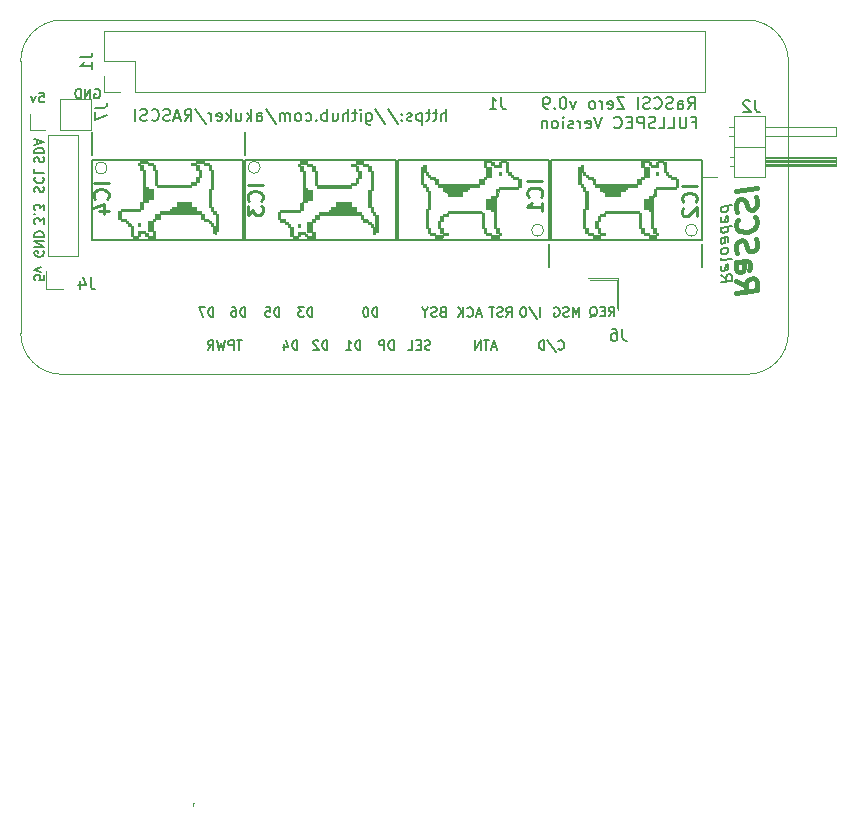
<source format=gbr>
%TF.GenerationSoftware,KiCad,Pcbnew,(5.1.7-0-10_14)*%
%TF.CreationDate,2021-10-10T14:00:01-05:00*%
%TF.ProjectId,rascsi_zero,72617363-7369-45f7-9a65-726f2e6b6963,rev?*%
%TF.SameCoordinates,PX59d60c0PY325aa00*%
%TF.FileFunction,Legend,Bot*%
%TF.FilePolarity,Positive*%
%FSLAX46Y46*%
G04 Gerber Fmt 4.6, Leading zero omitted, Abs format (unit mm)*
G04 Created by KiCad (PCBNEW (5.1.7-0-10_14)) date 2021-10-10 14:00:01*
%MOMM*%
%LPD*%
G01*
G04 APERTURE LIST*
%ADD10C,0.150000*%
%ADD11C,0.120000*%
%ADD12C,0.400000*%
%TA.AperFunction,Profile*%
%ADD13C,0.050000*%
%TD*%
%ADD14C,0.200000*%
%ADD15C,0.010000*%
%ADD16C,0.254000*%
G04 APERTURE END LIST*
D10*
X124302095Y-14833904D02*
X124302095Y-14033904D01*
X123349714Y-13995809D02*
X124035428Y-15024380D01*
X122930666Y-14033904D02*
X122778285Y-14033904D01*
X122702095Y-14072000D01*
X122625904Y-14148190D01*
X122587809Y-14300571D01*
X122587809Y-14567238D01*
X122625904Y-14719619D01*
X122702095Y-14795809D01*
X122778285Y-14833904D01*
X122930666Y-14833904D01*
X123006857Y-14795809D01*
X123083047Y-14719619D01*
X123121142Y-14567238D01*
X123121142Y-14300571D01*
X123083047Y-14148190D01*
X123006857Y-14072000D01*
X122930666Y-14033904D01*
X121403095Y-14833904D02*
X121669761Y-14452952D01*
X121860238Y-14833904D02*
X121860238Y-14033904D01*
X121555476Y-14033904D01*
X121479285Y-14072000D01*
X121441190Y-14110095D01*
X121403095Y-14186285D01*
X121403095Y-14300571D01*
X121441190Y-14376761D01*
X121479285Y-14414857D01*
X121555476Y-14452952D01*
X121860238Y-14452952D01*
X121098333Y-14795809D02*
X120984047Y-14833904D01*
X120793571Y-14833904D01*
X120717380Y-14795809D01*
X120679285Y-14757714D01*
X120641190Y-14681523D01*
X120641190Y-14605333D01*
X120679285Y-14529142D01*
X120717380Y-14491047D01*
X120793571Y-14452952D01*
X120945952Y-14414857D01*
X121022142Y-14376761D01*
X121060238Y-14338666D01*
X121098333Y-14262476D01*
X121098333Y-14186285D01*
X121060238Y-14110095D01*
X121022142Y-14072000D01*
X120945952Y-14033904D01*
X120755476Y-14033904D01*
X120641190Y-14072000D01*
X120412619Y-14033904D02*
X119955476Y-14033904D01*
X120184047Y-14833904D02*
X120184047Y-14033904D01*
X114980285Y-17589809D02*
X114866000Y-17627904D01*
X114675523Y-17627904D01*
X114599333Y-17589809D01*
X114561238Y-17551714D01*
X114523142Y-17475523D01*
X114523142Y-17399333D01*
X114561238Y-17323142D01*
X114599333Y-17285047D01*
X114675523Y-17246952D01*
X114827904Y-17208857D01*
X114904095Y-17170761D01*
X114942190Y-17132666D01*
X114980285Y-17056476D01*
X114980285Y-16980285D01*
X114942190Y-16904095D01*
X114904095Y-16866000D01*
X114827904Y-16827904D01*
X114637428Y-16827904D01*
X114523142Y-16866000D01*
X114180285Y-17208857D02*
X113913619Y-17208857D01*
X113799333Y-17627904D02*
X114180285Y-17627904D01*
X114180285Y-16827904D01*
X113799333Y-16827904D01*
X113075523Y-17627904D02*
X113456476Y-17627904D01*
X113456476Y-16827904D01*
X110506476Y-14833904D02*
X110506476Y-14033904D01*
X110316000Y-14033904D01*
X110201714Y-14072000D01*
X110125523Y-14148190D01*
X110087428Y-14224380D01*
X110049333Y-14376761D01*
X110049333Y-14491047D01*
X110087428Y-14643428D01*
X110125523Y-14719619D01*
X110201714Y-14795809D01*
X110316000Y-14833904D01*
X110506476Y-14833904D01*
X109554095Y-14033904D02*
X109477904Y-14033904D01*
X109401714Y-14072000D01*
X109363619Y-14110095D01*
X109325523Y-14186285D01*
X109287428Y-14338666D01*
X109287428Y-14529142D01*
X109325523Y-14681523D01*
X109363619Y-14757714D01*
X109401714Y-14795809D01*
X109477904Y-14833904D01*
X109554095Y-14833904D01*
X109630285Y-14795809D01*
X109668380Y-14757714D01*
X109706476Y-14681523D01*
X109744571Y-14529142D01*
X109744571Y-14338666D01*
X109706476Y-14186285D01*
X109668380Y-14110095D01*
X109630285Y-14072000D01*
X109554095Y-14033904D01*
X102210476Y-14833904D02*
X102210476Y-14033904D01*
X102020000Y-14033904D01*
X101905714Y-14072000D01*
X101829523Y-14148190D01*
X101791428Y-14224380D01*
X101753333Y-14376761D01*
X101753333Y-14491047D01*
X101791428Y-14643428D01*
X101829523Y-14719619D01*
X101905714Y-14795809D01*
X102020000Y-14833904D01*
X102210476Y-14833904D01*
X101029523Y-14033904D02*
X101410476Y-14033904D01*
X101448571Y-14414857D01*
X101410476Y-14376761D01*
X101334285Y-14338666D01*
X101143809Y-14338666D01*
X101067619Y-14376761D01*
X101029523Y-14414857D01*
X100991428Y-14491047D01*
X100991428Y-14681523D01*
X101029523Y-14757714D01*
X101067619Y-14795809D01*
X101143809Y-14833904D01*
X101334285Y-14833904D01*
X101410476Y-14795809D01*
X101448571Y-14757714D01*
X116002666Y-14414857D02*
X115888380Y-14452952D01*
X115850285Y-14491047D01*
X115812190Y-14567238D01*
X115812190Y-14681523D01*
X115850285Y-14757714D01*
X115888380Y-14795809D01*
X115964571Y-14833904D01*
X116269333Y-14833904D01*
X116269333Y-14033904D01*
X116002666Y-14033904D01*
X115926476Y-14072000D01*
X115888380Y-14110095D01*
X115850285Y-14186285D01*
X115850285Y-14262476D01*
X115888380Y-14338666D01*
X115926476Y-14376761D01*
X116002666Y-14414857D01*
X116269333Y-14414857D01*
X115507428Y-14795809D02*
X115393142Y-14833904D01*
X115202666Y-14833904D01*
X115126476Y-14795809D01*
X115088380Y-14757714D01*
X115050285Y-14681523D01*
X115050285Y-14605333D01*
X115088380Y-14529142D01*
X115126476Y-14491047D01*
X115202666Y-14452952D01*
X115355047Y-14414857D01*
X115431238Y-14376761D01*
X115469333Y-14338666D01*
X115507428Y-14262476D01*
X115507428Y-14186285D01*
X115469333Y-14110095D01*
X115431238Y-14072000D01*
X115355047Y-14033904D01*
X115164571Y-14033904D01*
X115050285Y-14072000D01*
X114555047Y-14452952D02*
X114555047Y-14833904D01*
X114821714Y-14033904D02*
X114555047Y-14452952D01*
X114288380Y-14033904D01*
X99330476Y-14833904D02*
X99330476Y-14033904D01*
X99140000Y-14033904D01*
X99025714Y-14072000D01*
X98949523Y-14148190D01*
X98911428Y-14224380D01*
X98873333Y-14376761D01*
X98873333Y-14491047D01*
X98911428Y-14643428D01*
X98949523Y-14719619D01*
X99025714Y-14795809D01*
X99140000Y-14833904D01*
X99330476Y-14833904D01*
X98187619Y-14033904D02*
X98340000Y-14033904D01*
X98416190Y-14072000D01*
X98454285Y-14110095D01*
X98530476Y-14224380D01*
X98568571Y-14376761D01*
X98568571Y-14681523D01*
X98530476Y-14757714D01*
X98492380Y-14795809D01*
X98416190Y-14833904D01*
X98263809Y-14833904D01*
X98187619Y-14795809D01*
X98149523Y-14757714D01*
X98111428Y-14681523D01*
X98111428Y-14491047D01*
X98149523Y-14414857D01*
X98187619Y-14376761D01*
X98263809Y-14338666D01*
X98416190Y-14338666D01*
X98492380Y-14376761D01*
X98530476Y-14414857D01*
X98568571Y-14491047D01*
X109068476Y-17627904D02*
X109068476Y-16827904D01*
X108878000Y-16827904D01*
X108763714Y-16866000D01*
X108687523Y-16942190D01*
X108649428Y-17018380D01*
X108611333Y-17170761D01*
X108611333Y-17285047D01*
X108649428Y-17437428D01*
X108687523Y-17513619D01*
X108763714Y-17589809D01*
X108878000Y-17627904D01*
X109068476Y-17627904D01*
X107849428Y-17627904D02*
X108306571Y-17627904D01*
X108078000Y-17627904D02*
X108078000Y-16827904D01*
X108154190Y-16942190D01*
X108230380Y-17018380D01*
X108306571Y-17056476D01*
X103734476Y-17627904D02*
X103734476Y-16827904D01*
X103544000Y-16827904D01*
X103429714Y-16866000D01*
X103353523Y-16942190D01*
X103315428Y-17018380D01*
X103277333Y-17170761D01*
X103277333Y-17285047D01*
X103315428Y-17437428D01*
X103353523Y-17513619D01*
X103429714Y-17589809D01*
X103544000Y-17627904D01*
X103734476Y-17627904D01*
X102591619Y-17094571D02*
X102591619Y-17627904D01*
X102782095Y-16789809D02*
X102972571Y-17361238D01*
X102477333Y-17361238D01*
X106274476Y-17627904D02*
X106274476Y-16827904D01*
X106084000Y-16827904D01*
X105969714Y-16866000D01*
X105893523Y-16942190D01*
X105855428Y-17018380D01*
X105817333Y-17170761D01*
X105817333Y-17285047D01*
X105855428Y-17437428D01*
X105893523Y-17513619D01*
X105969714Y-17589809D01*
X106084000Y-17627904D01*
X106274476Y-17627904D01*
X105512571Y-16904095D02*
X105474476Y-16866000D01*
X105398285Y-16827904D01*
X105207809Y-16827904D01*
X105131619Y-16866000D01*
X105093523Y-16904095D01*
X105055428Y-16980285D01*
X105055428Y-17056476D01*
X105093523Y-17170761D01*
X105550666Y-17627904D01*
X105055428Y-17627904D01*
X127559619Y-14833904D02*
X127559619Y-14033904D01*
X127292952Y-14605333D01*
X127026285Y-14033904D01*
X127026285Y-14833904D01*
X126683428Y-14795809D02*
X126569142Y-14833904D01*
X126378666Y-14833904D01*
X126302476Y-14795809D01*
X126264380Y-14757714D01*
X126226285Y-14681523D01*
X126226285Y-14605333D01*
X126264380Y-14529142D01*
X126302476Y-14491047D01*
X126378666Y-14452952D01*
X126531047Y-14414857D01*
X126607238Y-14376761D01*
X126645333Y-14338666D01*
X126683428Y-14262476D01*
X126683428Y-14186285D01*
X126645333Y-14110095D01*
X126607238Y-14072000D01*
X126531047Y-14033904D01*
X126340571Y-14033904D01*
X126226285Y-14072000D01*
X125464380Y-14072000D02*
X125540571Y-14033904D01*
X125654857Y-14033904D01*
X125769142Y-14072000D01*
X125845333Y-14148190D01*
X125883428Y-14224380D01*
X125921523Y-14376761D01*
X125921523Y-14491047D01*
X125883428Y-14643428D01*
X125845333Y-14719619D01*
X125769142Y-14795809D01*
X125654857Y-14833904D01*
X125578666Y-14833904D01*
X125464380Y-14795809D01*
X125426285Y-14757714D01*
X125426285Y-14491047D01*
X125578666Y-14491047D01*
X99041714Y-16827904D02*
X98584571Y-16827904D01*
X98813142Y-17627904D02*
X98813142Y-16827904D01*
X98317904Y-17627904D02*
X98317904Y-16827904D01*
X98013142Y-16827904D01*
X97936952Y-16866000D01*
X97898857Y-16904095D01*
X97860761Y-16980285D01*
X97860761Y-17094571D01*
X97898857Y-17170761D01*
X97936952Y-17208857D01*
X98013142Y-17246952D01*
X98317904Y-17246952D01*
X97594095Y-16827904D02*
X97403619Y-17627904D01*
X97251238Y-17056476D01*
X97098857Y-17627904D01*
X96908380Y-16827904D01*
X96146476Y-17627904D02*
X96413142Y-17246952D01*
X96603619Y-17627904D02*
X96603619Y-16827904D01*
X96298857Y-16827904D01*
X96222666Y-16866000D01*
X96184571Y-16904095D01*
X96146476Y-16980285D01*
X96146476Y-17094571D01*
X96184571Y-17170761D01*
X96222666Y-17208857D01*
X96298857Y-17246952D01*
X96603619Y-17246952D01*
X105004476Y-14833904D02*
X105004476Y-14033904D01*
X104814000Y-14033904D01*
X104699714Y-14072000D01*
X104623523Y-14148190D01*
X104585428Y-14224380D01*
X104547333Y-14376761D01*
X104547333Y-14491047D01*
X104585428Y-14643428D01*
X104623523Y-14719619D01*
X104699714Y-14795809D01*
X104814000Y-14833904D01*
X105004476Y-14833904D01*
X104280666Y-14033904D02*
X103785428Y-14033904D01*
X104052095Y-14338666D01*
X103937809Y-14338666D01*
X103861619Y-14376761D01*
X103823523Y-14414857D01*
X103785428Y-14491047D01*
X103785428Y-14681523D01*
X103823523Y-14757714D01*
X103861619Y-14795809D01*
X103937809Y-14833904D01*
X104166380Y-14833904D01*
X104242571Y-14795809D01*
X104280666Y-14757714D01*
X125813428Y-17551714D02*
X125851523Y-17589809D01*
X125965809Y-17627904D01*
X126042000Y-17627904D01*
X126156285Y-17589809D01*
X126232476Y-17513619D01*
X126270571Y-17437428D01*
X126308666Y-17285047D01*
X126308666Y-17170761D01*
X126270571Y-17018380D01*
X126232476Y-16942190D01*
X126156285Y-16866000D01*
X126042000Y-16827904D01*
X125965809Y-16827904D01*
X125851523Y-16866000D01*
X125813428Y-16904095D01*
X124899142Y-16789809D02*
X125584857Y-17818380D01*
X124632476Y-17627904D02*
X124632476Y-16827904D01*
X124442000Y-16827904D01*
X124327714Y-16866000D01*
X124251523Y-16942190D01*
X124213428Y-17018380D01*
X124175333Y-17170761D01*
X124175333Y-17285047D01*
X124213428Y-17437428D01*
X124251523Y-17513619D01*
X124327714Y-17589809D01*
X124442000Y-17627904D01*
X124632476Y-17627904D01*
X119288476Y-14608429D02*
X118907523Y-14608429D01*
X119364666Y-14837000D02*
X119098000Y-14037000D01*
X118831333Y-14837000D01*
X118107523Y-14760810D02*
X118145619Y-14798905D01*
X118259904Y-14837000D01*
X118336095Y-14837000D01*
X118450380Y-14798905D01*
X118526571Y-14722715D01*
X118564666Y-14646524D01*
X118602761Y-14494143D01*
X118602761Y-14379857D01*
X118564666Y-14227476D01*
X118526571Y-14151286D01*
X118450380Y-14075096D01*
X118336095Y-14037000D01*
X118259904Y-14037000D01*
X118145619Y-14075096D01*
X118107523Y-14113191D01*
X117764666Y-14837000D02*
X117764666Y-14037000D01*
X117307523Y-14837000D02*
X117650380Y-14379857D01*
X117307523Y-14037000D02*
X117764666Y-14494143D01*
X120568285Y-17399333D02*
X120187333Y-17399333D01*
X120644476Y-17627904D02*
X120377809Y-16827904D01*
X120111142Y-17627904D01*
X119958761Y-16827904D02*
X119501619Y-16827904D01*
X119730190Y-17627904D02*
X119730190Y-16827904D01*
X119234952Y-17627904D02*
X119234952Y-16827904D01*
X118777809Y-17627904D01*
X118777809Y-16827904D01*
X111881523Y-17627904D02*
X111881523Y-16827904D01*
X111691047Y-16827904D01*
X111576761Y-16866000D01*
X111500571Y-16942190D01*
X111462476Y-17018380D01*
X111424380Y-17170761D01*
X111424380Y-17285047D01*
X111462476Y-17437428D01*
X111500571Y-17513619D01*
X111576761Y-17589809D01*
X111691047Y-17627904D01*
X111881523Y-17627904D01*
X111081523Y-17627904D02*
X111081523Y-16827904D01*
X110776761Y-16827904D01*
X110700571Y-16866000D01*
X110662476Y-16904095D01*
X110624380Y-16980285D01*
X110624380Y-17094571D01*
X110662476Y-17170761D01*
X110700571Y-17208857D01*
X110776761Y-17246952D01*
X111081523Y-17246952D01*
X96622476Y-14833904D02*
X96622476Y-14033904D01*
X96432000Y-14033904D01*
X96317714Y-14072000D01*
X96241523Y-14148190D01*
X96203428Y-14224380D01*
X96165333Y-14376761D01*
X96165333Y-14491047D01*
X96203428Y-14643428D01*
X96241523Y-14719619D01*
X96317714Y-14795809D01*
X96432000Y-14833904D01*
X96622476Y-14833904D01*
X95898666Y-14033904D02*
X95365333Y-14033904D01*
X95708190Y-14833904D01*
X130093333Y-14798904D02*
X130360000Y-14417952D01*
X130550476Y-14798904D02*
X130550476Y-13998904D01*
X130245714Y-13998904D01*
X130169523Y-14037000D01*
X130131428Y-14075095D01*
X130093333Y-14151285D01*
X130093333Y-14265571D01*
X130131428Y-14341761D01*
X130169523Y-14379857D01*
X130245714Y-14417952D01*
X130550476Y-14417952D01*
X129750476Y-14379857D02*
X129483809Y-14379857D01*
X129369523Y-14798904D02*
X129750476Y-14798904D01*
X129750476Y-13998904D01*
X129369523Y-13998904D01*
X128493333Y-14875095D02*
X128569523Y-14837000D01*
X128645714Y-14760809D01*
X128760000Y-14646523D01*
X128836190Y-14608428D01*
X128912380Y-14608428D01*
X128874285Y-14798904D02*
X128950476Y-14760809D01*
X129026666Y-14684619D01*
X129064761Y-14532238D01*
X129064761Y-14265571D01*
X129026666Y-14113190D01*
X128950476Y-14037000D01*
X128874285Y-13998904D01*
X128721904Y-13998904D01*
X128645714Y-14037000D01*
X128569523Y-14113190D01*
X128531428Y-14265571D01*
X128531428Y-14532238D01*
X128569523Y-14684619D01*
X128645714Y-14760809D01*
X128721904Y-14798904D01*
X128874285Y-14798904D01*
D11*
X82584000Y539500D02*
X82584000Y-9684000D01*
X85187500Y539500D02*
X82584000Y539500D01*
X85187500Y-9684000D02*
X85187500Y539500D01*
X82584000Y-9684000D02*
X85187500Y-9684000D01*
X81060000Y984000D02*
X81060000Y2317500D01*
X82393500Y984000D02*
X81060000Y984000D01*
X83600000Y3587500D02*
X83600000Y984000D01*
X86267000Y3587500D02*
X83600000Y3587500D01*
X86267000Y984000D02*
X86267000Y3587500D01*
X83663500Y984000D02*
X86267000Y984000D01*
D10*
X86612380Y2883334D02*
X87326666Y2883334D01*
X87469523Y2930953D01*
X87564761Y3026191D01*
X87612380Y3169048D01*
X87612380Y3264286D01*
X86612380Y2502381D02*
X86612380Y1835715D01*
X87612380Y2264286D01*
X86219333Y-11485880D02*
X86219333Y-12200166D01*
X86266952Y-12343023D01*
X86362190Y-12438261D01*
X86505047Y-12485880D01*
X86600285Y-12485880D01*
X85314571Y-11819214D02*
X85314571Y-12485880D01*
X85552666Y-11438261D02*
X85790761Y-12152547D01*
X85171714Y-12152547D01*
X120993333Y3747620D02*
X120993333Y3033334D01*
X121040952Y2890477D01*
X121136190Y2795239D01*
X121279047Y2747620D01*
X121374285Y2747620D01*
X119993333Y2747620D02*
X120564761Y2747620D01*
X120279047Y2747620D02*
X120279047Y3747620D01*
X120374285Y3604762D01*
X120469523Y3509524D01*
X120564761Y3461905D01*
X131243333Y-15852380D02*
X131243333Y-16566666D01*
X131290952Y-16709523D01*
X131386190Y-16804761D01*
X131529047Y-16852380D01*
X131624285Y-16852380D01*
X130338571Y-15852380D02*
X130529047Y-15852380D01*
X130624285Y-15900000D01*
X130671904Y-15947619D01*
X130767142Y-16090476D01*
X130814761Y-16280952D01*
X130814761Y-16661904D01*
X130767142Y-16757142D01*
X130719523Y-16804761D01*
X130624285Y-16852380D01*
X130433809Y-16852380D01*
X130338571Y-16804761D01*
X130290952Y-16757142D01*
X130243333Y-16661904D01*
X130243333Y-16423809D01*
X130290952Y-16328571D01*
X130338571Y-16280952D01*
X130433809Y-16233333D01*
X130624285Y-16233333D01*
X130719523Y-16280952D01*
X130767142Y-16328571D01*
X130814761Y-16423809D01*
D12*
X140833714Y-11768035D02*
X141690857Y-12260892D01*
X140833714Y-12796607D02*
X142633714Y-12571607D01*
X142633714Y-11885892D01*
X142548000Y-11725178D01*
X142462285Y-11650178D01*
X142290857Y-11585892D01*
X142033714Y-11618035D01*
X141862285Y-11725178D01*
X141776571Y-11821607D01*
X141690857Y-12003750D01*
X141690857Y-12689464D01*
X140833714Y-10225178D02*
X141776571Y-10107321D01*
X141948000Y-10171607D01*
X142033714Y-10332321D01*
X142033714Y-10675178D01*
X141948000Y-10857321D01*
X140919428Y-10214464D02*
X140833714Y-10396607D01*
X140833714Y-10825178D01*
X140919428Y-10985892D01*
X141090857Y-11050178D01*
X141262285Y-11028750D01*
X141433714Y-10921607D01*
X141519428Y-10739464D01*
X141519428Y-10310892D01*
X141605142Y-10128750D01*
X140919428Y-9443035D02*
X140833714Y-9196607D01*
X140833714Y-8768035D01*
X140919428Y-8585892D01*
X141005142Y-8489464D01*
X141176571Y-8382321D01*
X141348000Y-8360892D01*
X141519428Y-8425178D01*
X141605142Y-8500178D01*
X141690857Y-8660892D01*
X141776571Y-8993035D01*
X141862285Y-9153750D01*
X141948000Y-9228750D01*
X142119428Y-9293035D01*
X142290857Y-9271607D01*
X142462285Y-9164464D01*
X142548000Y-9068035D01*
X142633714Y-8885892D01*
X142633714Y-8457321D01*
X142548000Y-8210892D01*
X141005142Y-6603750D02*
X140919428Y-6700178D01*
X140833714Y-6968035D01*
X140833714Y-7139464D01*
X140919428Y-7385892D01*
X141090857Y-7535892D01*
X141262285Y-7600178D01*
X141605142Y-7643035D01*
X141862285Y-7610892D01*
X142205142Y-7482321D01*
X142376571Y-7375178D01*
X142548000Y-7182321D01*
X142633714Y-6914464D01*
X142633714Y-6743035D01*
X142548000Y-6496607D01*
X142462285Y-6421607D01*
X140919428Y-5928750D02*
X140833714Y-5682321D01*
X140833714Y-5253750D01*
X140919428Y-5071607D01*
X141005142Y-4975178D01*
X141176571Y-4868035D01*
X141348000Y-4846607D01*
X141519428Y-4910892D01*
X141605142Y-4985892D01*
X141690857Y-5146607D01*
X141776571Y-5478750D01*
X141862285Y-5639464D01*
X141948000Y-5714464D01*
X142119428Y-5778750D01*
X142290857Y-5757321D01*
X142462285Y-5650178D01*
X142548000Y-5553750D01*
X142633714Y-5371607D01*
X142633714Y-4943035D01*
X142548000Y-4696607D01*
X140833714Y-4139464D02*
X142633714Y-3914464D01*
D10*
X139557619Y-11319032D02*
X140033809Y-11592842D01*
X139557619Y-11890461D02*
X140557619Y-11765461D01*
X140557619Y-11384508D01*
X140510000Y-11295223D01*
X140462380Y-11253556D01*
X140367142Y-11217842D01*
X140224285Y-11235699D01*
X140129047Y-11295223D01*
X140081428Y-11348794D01*
X140033809Y-11449985D01*
X140033809Y-11830937D01*
X139605238Y-10503556D02*
X139557619Y-10604747D01*
X139557619Y-10795223D01*
X139605238Y-10884508D01*
X139700476Y-10920223D01*
X140081428Y-10872604D01*
X140176666Y-10813080D01*
X140224285Y-10711889D01*
X140224285Y-10521413D01*
X140176666Y-10432127D01*
X140081428Y-10396413D01*
X139986190Y-10408318D01*
X139890952Y-10896413D01*
X139557619Y-9890461D02*
X139605238Y-9979747D01*
X139700476Y-10015461D01*
X140557619Y-9908318D01*
X139557619Y-9366651D02*
X139605238Y-9455937D01*
X139652857Y-9497604D01*
X139748095Y-9533318D01*
X140033809Y-9497604D01*
X140129047Y-9438080D01*
X140176666Y-9384508D01*
X140224285Y-9283318D01*
X140224285Y-9140461D01*
X140176666Y-9051175D01*
X140129047Y-9009508D01*
X140033809Y-8973794D01*
X139748095Y-9009508D01*
X139652857Y-9069032D01*
X139605238Y-9122604D01*
X139557619Y-9223794D01*
X139557619Y-9366651D01*
X139557619Y-8176175D02*
X140081428Y-8110699D01*
X140176666Y-8146413D01*
X140224285Y-8235699D01*
X140224285Y-8426175D01*
X140176666Y-8527366D01*
X139605238Y-8170223D02*
X139557619Y-8271413D01*
X139557619Y-8509508D01*
X139605238Y-8598794D01*
X139700476Y-8634508D01*
X139795714Y-8622604D01*
X139890952Y-8563080D01*
X139938571Y-8461889D01*
X139938571Y-8223794D01*
X139986190Y-8122604D01*
X139557619Y-7271413D02*
X140557619Y-7146413D01*
X139605238Y-7265461D02*
X139557619Y-7366651D01*
X139557619Y-7557127D01*
X139605238Y-7646413D01*
X139652857Y-7688080D01*
X139748095Y-7723794D01*
X140033809Y-7688080D01*
X140129047Y-7628556D01*
X140176666Y-7574985D01*
X140224285Y-7473794D01*
X140224285Y-7283318D01*
X140176666Y-7194032D01*
X139605238Y-6408318D02*
X139557619Y-6509508D01*
X139557619Y-6699985D01*
X139605238Y-6789270D01*
X139700476Y-6824985D01*
X140081428Y-6777366D01*
X140176666Y-6717842D01*
X140224285Y-6616651D01*
X140224285Y-6426175D01*
X140176666Y-6336889D01*
X140081428Y-6301175D01*
X139986190Y-6313080D01*
X139890952Y-6801175D01*
X139557619Y-5509508D02*
X140557619Y-5384508D01*
X139605238Y-5503556D02*
X139557619Y-5604747D01*
X139557619Y-5795223D01*
X139605238Y-5884508D01*
X139652857Y-5926175D01*
X139748095Y-5961889D01*
X140033809Y-5926175D01*
X140129047Y-5866651D01*
X140176666Y-5813080D01*
X140224285Y-5711889D01*
X140224285Y-5521413D01*
X140176666Y-5432127D01*
D11*
X87618953Y-2231500D02*
G75*
G03*
X87618953Y-2231500I-511953J0D01*
G01*
X100572953Y-2168000D02*
G75*
G03*
X100572953Y-2168000I-511953J0D01*
G01*
D10*
X116326666Y1747620D02*
X116326666Y2747620D01*
X115898095Y1747620D02*
X115898095Y2271429D01*
X115945714Y2366667D01*
X116040952Y2414286D01*
X116183809Y2414286D01*
X116279047Y2366667D01*
X116326666Y2319048D01*
X115564761Y2414286D02*
X115183809Y2414286D01*
X115421904Y2747620D02*
X115421904Y1890477D01*
X115374285Y1795239D01*
X115279047Y1747620D01*
X115183809Y1747620D01*
X114993333Y2414286D02*
X114612380Y2414286D01*
X114850476Y2747620D02*
X114850476Y1890477D01*
X114802857Y1795239D01*
X114707619Y1747620D01*
X114612380Y1747620D01*
X114279047Y2414286D02*
X114279047Y1414286D01*
X114279047Y2366667D02*
X114183809Y2414286D01*
X113993333Y2414286D01*
X113898095Y2366667D01*
X113850476Y2319048D01*
X113802857Y2223810D01*
X113802857Y1938096D01*
X113850476Y1842858D01*
X113898095Y1795239D01*
X113993333Y1747620D01*
X114183809Y1747620D01*
X114279047Y1795239D01*
X113421904Y1795239D02*
X113326666Y1747620D01*
X113136190Y1747620D01*
X113040952Y1795239D01*
X112993333Y1890477D01*
X112993333Y1938096D01*
X113040952Y2033334D01*
X113136190Y2080953D01*
X113279047Y2080953D01*
X113374285Y2128572D01*
X113421904Y2223810D01*
X113421904Y2271429D01*
X113374285Y2366667D01*
X113279047Y2414286D01*
X113136190Y2414286D01*
X113040952Y2366667D01*
X112564761Y1842858D02*
X112517142Y1795239D01*
X112564761Y1747620D01*
X112612380Y1795239D01*
X112564761Y1842858D01*
X112564761Y1747620D01*
X112564761Y2366667D02*
X112517142Y2319048D01*
X112564761Y2271429D01*
X112612380Y2319048D01*
X112564761Y2366667D01*
X112564761Y2271429D01*
X111374285Y2795239D02*
X112231428Y1509524D01*
X110326666Y2795239D02*
X111183809Y1509524D01*
X109564761Y2414286D02*
X109564761Y1604762D01*
X109612380Y1509524D01*
X109660000Y1461905D01*
X109755238Y1414286D01*
X109898095Y1414286D01*
X109993333Y1461905D01*
X109564761Y1795239D02*
X109660000Y1747620D01*
X109850476Y1747620D01*
X109945714Y1795239D01*
X109993333Y1842858D01*
X110040952Y1938096D01*
X110040952Y2223810D01*
X109993333Y2319048D01*
X109945714Y2366667D01*
X109850476Y2414286D01*
X109660000Y2414286D01*
X109564761Y2366667D01*
X109088571Y1747620D02*
X109088571Y2414286D01*
X109088571Y2747620D02*
X109136190Y2700000D01*
X109088571Y2652381D01*
X109040952Y2700000D01*
X109088571Y2747620D01*
X109088571Y2652381D01*
X108755238Y2414286D02*
X108374285Y2414286D01*
X108612380Y2747620D02*
X108612380Y1890477D01*
X108564761Y1795239D01*
X108469523Y1747620D01*
X108374285Y1747620D01*
X108040952Y1747620D02*
X108040952Y2747620D01*
X107612380Y1747620D02*
X107612380Y2271429D01*
X107660000Y2366667D01*
X107755238Y2414286D01*
X107898095Y2414286D01*
X107993333Y2366667D01*
X108040952Y2319048D01*
X106707619Y2414286D02*
X106707619Y1747620D01*
X107136190Y2414286D02*
X107136190Y1890477D01*
X107088571Y1795239D01*
X106993333Y1747620D01*
X106850476Y1747620D01*
X106755238Y1795239D01*
X106707619Y1842858D01*
X106231428Y1747620D02*
X106231428Y2747620D01*
X106231428Y2366667D02*
X106136190Y2414286D01*
X105945714Y2414286D01*
X105850476Y2366667D01*
X105802857Y2319048D01*
X105755238Y2223810D01*
X105755238Y1938096D01*
X105802857Y1842858D01*
X105850476Y1795239D01*
X105945714Y1747620D01*
X106136190Y1747620D01*
X106231428Y1795239D01*
X105326666Y1842858D02*
X105279047Y1795239D01*
X105326666Y1747620D01*
X105374285Y1795239D01*
X105326666Y1842858D01*
X105326666Y1747620D01*
X104421904Y1795239D02*
X104517142Y1747620D01*
X104707619Y1747620D01*
X104802857Y1795239D01*
X104850476Y1842858D01*
X104898095Y1938096D01*
X104898095Y2223810D01*
X104850476Y2319048D01*
X104802857Y2366667D01*
X104707619Y2414286D01*
X104517142Y2414286D01*
X104421904Y2366667D01*
X103850476Y1747620D02*
X103945714Y1795239D01*
X103993333Y1842858D01*
X104040952Y1938096D01*
X104040952Y2223810D01*
X103993333Y2319048D01*
X103945714Y2366667D01*
X103850476Y2414286D01*
X103707619Y2414286D01*
X103612380Y2366667D01*
X103564761Y2319048D01*
X103517142Y2223810D01*
X103517142Y1938096D01*
X103564761Y1842858D01*
X103612380Y1795239D01*
X103707619Y1747620D01*
X103850476Y1747620D01*
X103088571Y1747620D02*
X103088571Y2414286D01*
X103088571Y2319048D02*
X103040952Y2366667D01*
X102945714Y2414286D01*
X102802857Y2414286D01*
X102707619Y2366667D01*
X102660000Y2271429D01*
X102660000Y1747620D01*
X102660000Y2271429D02*
X102612380Y2366667D01*
X102517142Y2414286D01*
X102374285Y2414286D01*
X102279047Y2366667D01*
X102231428Y2271429D01*
X102231428Y1747620D01*
X101040952Y2795239D02*
X101898095Y1509524D01*
X100279047Y1747620D02*
X100279047Y2271429D01*
X100326666Y2366667D01*
X100421904Y2414286D01*
X100612380Y2414286D01*
X100707619Y2366667D01*
X100279047Y1795239D02*
X100374285Y1747620D01*
X100612380Y1747620D01*
X100707619Y1795239D01*
X100755238Y1890477D01*
X100755238Y1985715D01*
X100707619Y2080953D01*
X100612380Y2128572D01*
X100374285Y2128572D01*
X100279047Y2176191D01*
X99802857Y1747620D02*
X99802857Y2747620D01*
X99707619Y2128572D02*
X99421904Y1747620D01*
X99421904Y2414286D02*
X99802857Y2033334D01*
X98564761Y2414286D02*
X98564761Y1747620D01*
X98993333Y2414286D02*
X98993333Y1890477D01*
X98945714Y1795239D01*
X98850476Y1747620D01*
X98707619Y1747620D01*
X98612380Y1795239D01*
X98564761Y1842858D01*
X98088571Y1747620D02*
X98088571Y2747620D01*
X97993333Y2128572D02*
X97707619Y1747620D01*
X97707619Y2414286D02*
X98088571Y2033334D01*
X96898095Y1795239D02*
X96993333Y1747620D01*
X97183809Y1747620D01*
X97279047Y1795239D01*
X97326666Y1890477D01*
X97326666Y2271429D01*
X97279047Y2366667D01*
X97183809Y2414286D01*
X96993333Y2414286D01*
X96898095Y2366667D01*
X96850476Y2271429D01*
X96850476Y2176191D01*
X97326666Y2080953D01*
X96421904Y1747620D02*
X96421904Y2414286D01*
X96421904Y2223810D02*
X96374285Y2319048D01*
X96326666Y2366667D01*
X96231428Y2414286D01*
X96136190Y2414286D01*
X95088571Y2795239D02*
X95945714Y1509524D01*
X94183809Y1747620D02*
X94517142Y2223810D01*
X94755238Y1747620D02*
X94755238Y2747620D01*
X94374285Y2747620D01*
X94279047Y2700000D01*
X94231428Y2652381D01*
X94183809Y2557143D01*
X94183809Y2414286D01*
X94231428Y2319048D01*
X94279047Y2271429D01*
X94374285Y2223810D01*
X94755238Y2223810D01*
X93802857Y2033334D02*
X93326666Y2033334D01*
X93898095Y1747620D02*
X93564761Y2747620D01*
X93231428Y1747620D01*
X92945714Y1795239D02*
X92802857Y1747620D01*
X92564761Y1747620D01*
X92469523Y1795239D01*
X92421904Y1842858D01*
X92374285Y1938096D01*
X92374285Y2033334D01*
X92421904Y2128572D01*
X92469523Y2176191D01*
X92564761Y2223810D01*
X92755238Y2271429D01*
X92850476Y2319048D01*
X92898095Y2366667D01*
X92945714Y2461905D01*
X92945714Y2557143D01*
X92898095Y2652381D01*
X92850476Y2700000D01*
X92755238Y2747620D01*
X92517142Y2747620D01*
X92374285Y2700000D01*
X91374285Y1842858D02*
X91421904Y1795239D01*
X91564761Y1747620D01*
X91660000Y1747620D01*
X91802857Y1795239D01*
X91898095Y1890477D01*
X91945714Y1985715D01*
X91993333Y2176191D01*
X91993333Y2319048D01*
X91945714Y2509524D01*
X91898095Y2604762D01*
X91802857Y2700000D01*
X91660000Y2747620D01*
X91564761Y2747620D01*
X91421904Y2700000D01*
X91374285Y2652381D01*
X90993333Y1795239D02*
X90850476Y1747620D01*
X90612380Y1747620D01*
X90517142Y1795239D01*
X90469523Y1842858D01*
X90421904Y1938096D01*
X90421904Y2033334D01*
X90469523Y2128572D01*
X90517142Y2176191D01*
X90612380Y2223810D01*
X90802857Y2271429D01*
X90898095Y2319048D01*
X90945714Y2366667D01*
X90993333Y2461905D01*
X90993333Y2557143D01*
X90945714Y2652381D01*
X90898095Y2700000D01*
X90802857Y2747620D01*
X90564761Y2747620D01*
X90421904Y2700000D01*
X89993333Y1747620D02*
X89993333Y2747620D01*
D11*
X94943000Y-55963000D02*
X94879500Y-55963000D01*
X94879500Y-55963000D02*
X94879500Y-56217000D01*
X141556000Y-10927000D02*
X141556000Y-11054000D01*
X130783000Y-14106000D02*
X130783000Y-11693000D01*
X130783000Y-11693000D02*
X128497000Y-11693000D01*
X130910000Y-14233000D02*
X130910000Y-11566000D01*
X130910000Y-11566000D02*
X128370000Y-11566000D01*
X82457000Y-12478000D02*
X83854000Y-12478000D01*
X82457000Y-10954000D02*
X82457000Y-12478000D01*
D10*
X82260095Y-11322285D02*
X82260095Y-11703238D01*
X81879142Y-11741333D01*
X81917238Y-11703238D01*
X81955333Y-11627047D01*
X81955333Y-11436571D01*
X81917238Y-11360380D01*
X81879142Y-11322285D01*
X81802952Y-11284190D01*
X81612476Y-11284190D01*
X81536285Y-11322285D01*
X81498190Y-11360380D01*
X81460095Y-11436571D01*
X81460095Y-11627047D01*
X81498190Y-11703238D01*
X81536285Y-11741333D01*
X81993428Y-11017523D02*
X81460095Y-10827047D01*
X81993428Y-10636571D01*
X82222000Y-9277523D02*
X82260095Y-9353714D01*
X82260095Y-9468000D01*
X82222000Y-9582285D01*
X82145809Y-9658476D01*
X82069619Y-9696571D01*
X81917238Y-9734666D01*
X81802952Y-9734666D01*
X81650571Y-9696571D01*
X81574380Y-9658476D01*
X81498190Y-9582285D01*
X81460095Y-9468000D01*
X81460095Y-9391809D01*
X81498190Y-9277523D01*
X81536285Y-9239428D01*
X81802952Y-9239428D01*
X81802952Y-9391809D01*
X81460095Y-8896571D02*
X82260095Y-8896571D01*
X81460095Y-8439428D01*
X82260095Y-8439428D01*
X81460095Y-8058476D02*
X82260095Y-8058476D01*
X82260095Y-7868000D01*
X82222000Y-7753714D01*
X82145809Y-7677523D01*
X82069619Y-7639428D01*
X81917238Y-7601333D01*
X81802952Y-7601333D01*
X81650571Y-7639428D01*
X81574380Y-7677523D01*
X81498190Y-7753714D01*
X81460095Y-7868000D01*
X81460095Y-8058476D01*
X82260095Y-6966095D02*
X82260095Y-6470857D01*
X81955333Y-6737523D01*
X81955333Y-6623238D01*
X81917238Y-6547047D01*
X81879142Y-6508952D01*
X81802952Y-6470857D01*
X81612476Y-6470857D01*
X81536285Y-6508952D01*
X81498190Y-6547047D01*
X81460095Y-6623238D01*
X81460095Y-6851809D01*
X81498190Y-6928000D01*
X81536285Y-6966095D01*
X81536285Y-6128000D02*
X81498190Y-6089904D01*
X81460095Y-6128000D01*
X81498190Y-6166095D01*
X81536285Y-6128000D01*
X81460095Y-6128000D01*
X82260095Y-5823238D02*
X82260095Y-5328000D01*
X81955333Y-5594666D01*
X81955333Y-5480380D01*
X81917238Y-5404190D01*
X81879142Y-5366095D01*
X81802952Y-5328000D01*
X81612476Y-5328000D01*
X81536285Y-5366095D01*
X81498190Y-5404190D01*
X81460095Y-5480380D01*
X81460095Y-5708952D01*
X81498190Y-5785142D01*
X81536285Y-5823238D01*
X81498190Y-4286380D02*
X81460095Y-4172095D01*
X81460095Y-3981619D01*
X81498190Y-3905428D01*
X81536285Y-3867333D01*
X81612476Y-3829238D01*
X81688666Y-3829238D01*
X81764857Y-3867333D01*
X81802952Y-3905428D01*
X81841047Y-3981619D01*
X81879142Y-4134000D01*
X81917238Y-4210190D01*
X81955333Y-4248285D01*
X82031523Y-4286380D01*
X82107714Y-4286380D01*
X82183904Y-4248285D01*
X82222000Y-4210190D01*
X82260095Y-4134000D01*
X82260095Y-3943523D01*
X82222000Y-3829238D01*
X81536285Y-3029238D02*
X81498190Y-3067333D01*
X81460095Y-3181619D01*
X81460095Y-3257809D01*
X81498190Y-3372095D01*
X81574380Y-3448285D01*
X81650571Y-3486380D01*
X81802952Y-3524476D01*
X81917238Y-3524476D01*
X82069619Y-3486380D01*
X82145809Y-3448285D01*
X82222000Y-3372095D01*
X82260095Y-3257809D01*
X82260095Y-3181619D01*
X82222000Y-3067333D01*
X82183904Y-3029238D01*
X81460095Y-2305428D02*
X81460095Y-2686380D01*
X82260095Y-2686380D01*
X81498190Y-1765428D02*
X81460095Y-1651142D01*
X81460095Y-1460666D01*
X81498190Y-1384476D01*
X81536285Y-1346380D01*
X81612476Y-1308285D01*
X81688666Y-1308285D01*
X81764857Y-1346380D01*
X81802952Y-1384476D01*
X81841047Y-1460666D01*
X81879142Y-1613047D01*
X81917238Y-1689238D01*
X81955333Y-1727333D01*
X82031523Y-1765428D01*
X82107714Y-1765428D01*
X82183904Y-1727333D01*
X82222000Y-1689238D01*
X82260095Y-1613047D01*
X82260095Y-1422571D01*
X82222000Y-1308285D01*
X81460095Y-965428D02*
X82260095Y-965428D01*
X82260095Y-774952D01*
X82222000Y-660666D01*
X82145809Y-584476D01*
X82069619Y-546380D01*
X81917238Y-508285D01*
X81802952Y-508285D01*
X81650571Y-546380D01*
X81574380Y-584476D01*
X81498190Y-660666D01*
X81460095Y-774952D01*
X81460095Y-965428D01*
X81688666Y-203523D02*
X81688666Y177429D01*
X81460095Y-279714D02*
X82260095Y-13047D01*
X81460095Y253620D01*
X81872785Y4152596D02*
X82253738Y4152596D01*
X82291833Y3771643D01*
X82253738Y3809739D01*
X82177547Y3847834D01*
X81987071Y3847834D01*
X81910880Y3809739D01*
X81872785Y3771643D01*
X81834690Y3695453D01*
X81834690Y3504977D01*
X81872785Y3428786D01*
X81910880Y3390691D01*
X81987071Y3352596D01*
X82177547Y3352596D01*
X82253738Y3390691D01*
X82291833Y3428786D01*
X81568023Y3885929D02*
X81377547Y3352596D01*
X81187071Y3885929D01*
X86581523Y4416000D02*
X86657714Y4454096D01*
X86772000Y4454096D01*
X86886285Y4416000D01*
X86962476Y4339810D01*
X87000571Y4263620D01*
X87038666Y4111239D01*
X87038666Y3996953D01*
X87000571Y3844572D01*
X86962476Y3768381D01*
X86886285Y3692191D01*
X86772000Y3654096D01*
X86695809Y3654096D01*
X86581523Y3692191D01*
X86543428Y3730286D01*
X86543428Y3996953D01*
X86695809Y3996953D01*
X86200571Y3654096D02*
X86200571Y4454096D01*
X85743428Y3654096D01*
X85743428Y4454096D01*
X85362476Y3654096D02*
X85362476Y4454096D01*
X85172000Y4454096D01*
X85057714Y4416000D01*
X84981523Y4339810D01*
X84943428Y4263620D01*
X84905333Y4111239D01*
X84905333Y3996953D01*
X84943428Y3844572D01*
X84981523Y3768381D01*
X85057714Y3692191D01*
X85172000Y3654096D01*
X85362476Y3654096D01*
X136793333Y2772620D02*
X137126666Y3248810D01*
X137364761Y2772620D02*
X137364761Y3772620D01*
X136983809Y3772620D01*
X136888571Y3725000D01*
X136840952Y3677381D01*
X136793333Y3582143D01*
X136793333Y3439286D01*
X136840952Y3344048D01*
X136888571Y3296429D01*
X136983809Y3248810D01*
X137364761Y3248810D01*
X135936190Y2772620D02*
X135936190Y3296429D01*
X135983809Y3391667D01*
X136079047Y3439286D01*
X136269523Y3439286D01*
X136364761Y3391667D01*
X135936190Y2820239D02*
X136031428Y2772620D01*
X136269523Y2772620D01*
X136364761Y2820239D01*
X136412380Y2915477D01*
X136412380Y3010715D01*
X136364761Y3105953D01*
X136269523Y3153572D01*
X136031428Y3153572D01*
X135936190Y3201191D01*
X135507619Y2820239D02*
X135364761Y2772620D01*
X135126666Y2772620D01*
X135031428Y2820239D01*
X134983809Y2867858D01*
X134936190Y2963096D01*
X134936190Y3058334D01*
X134983809Y3153572D01*
X135031428Y3201191D01*
X135126666Y3248810D01*
X135317142Y3296429D01*
X135412380Y3344048D01*
X135460000Y3391667D01*
X135507619Y3486905D01*
X135507619Y3582143D01*
X135460000Y3677381D01*
X135412380Y3725000D01*
X135317142Y3772620D01*
X135079047Y3772620D01*
X134936190Y3725000D01*
X133936190Y2867858D02*
X133983809Y2820239D01*
X134126666Y2772620D01*
X134221904Y2772620D01*
X134364761Y2820239D01*
X134460000Y2915477D01*
X134507619Y3010715D01*
X134555238Y3201191D01*
X134555238Y3344048D01*
X134507619Y3534524D01*
X134460000Y3629762D01*
X134364761Y3725000D01*
X134221904Y3772620D01*
X134126666Y3772620D01*
X133983809Y3725000D01*
X133936190Y3677381D01*
X133555238Y2820239D02*
X133412380Y2772620D01*
X133174285Y2772620D01*
X133079047Y2820239D01*
X133031428Y2867858D01*
X132983809Y2963096D01*
X132983809Y3058334D01*
X133031428Y3153572D01*
X133079047Y3201191D01*
X133174285Y3248810D01*
X133364761Y3296429D01*
X133460000Y3344048D01*
X133507619Y3391667D01*
X133555238Y3486905D01*
X133555238Y3582143D01*
X133507619Y3677381D01*
X133460000Y3725000D01*
X133364761Y3772620D01*
X133126666Y3772620D01*
X132983809Y3725000D01*
X132555238Y2772620D02*
X132555238Y3772620D01*
X131412380Y3772620D02*
X130745714Y3772620D01*
X131412380Y2772620D01*
X130745714Y2772620D01*
X129983809Y2820239D02*
X130079047Y2772620D01*
X130269523Y2772620D01*
X130364761Y2820239D01*
X130412380Y2915477D01*
X130412380Y3296429D01*
X130364761Y3391667D01*
X130269523Y3439286D01*
X130079047Y3439286D01*
X129983809Y3391667D01*
X129936190Y3296429D01*
X129936190Y3201191D01*
X130412380Y3105953D01*
X129507619Y2772620D02*
X129507619Y3439286D01*
X129507619Y3248810D02*
X129460000Y3344048D01*
X129412380Y3391667D01*
X129317142Y3439286D01*
X129221904Y3439286D01*
X128745714Y2772620D02*
X128840952Y2820239D01*
X128888571Y2867858D01*
X128936190Y2963096D01*
X128936190Y3248810D01*
X128888571Y3344048D01*
X128840952Y3391667D01*
X128745714Y3439286D01*
X128602857Y3439286D01*
X128507619Y3391667D01*
X128460000Y3344048D01*
X128412380Y3248810D01*
X128412380Y2963096D01*
X128460000Y2867858D01*
X128507619Y2820239D01*
X128602857Y2772620D01*
X128745714Y2772620D01*
X127317142Y3439286D02*
X127079047Y2772620D01*
X126840952Y3439286D01*
X126269523Y3772620D02*
X126174285Y3772620D01*
X126079047Y3725000D01*
X126031428Y3677381D01*
X125983809Y3582143D01*
X125936190Y3391667D01*
X125936190Y3153572D01*
X125983809Y2963096D01*
X126031428Y2867858D01*
X126079047Y2820239D01*
X126174285Y2772620D01*
X126269523Y2772620D01*
X126364761Y2820239D01*
X126412380Y2867858D01*
X126460000Y2963096D01*
X126507619Y3153572D01*
X126507619Y3391667D01*
X126460000Y3582143D01*
X126412380Y3677381D01*
X126364761Y3725000D01*
X126269523Y3772620D01*
X125507619Y2867858D02*
X125460000Y2820239D01*
X125507619Y2772620D01*
X125555238Y2820239D01*
X125507619Y2867858D01*
X125507619Y2772620D01*
X124983809Y2772620D02*
X124793333Y2772620D01*
X124698095Y2820239D01*
X124650476Y2867858D01*
X124555238Y3010715D01*
X124507619Y3201191D01*
X124507619Y3582143D01*
X124555238Y3677381D01*
X124602857Y3725000D01*
X124698095Y3772620D01*
X124888571Y3772620D01*
X124983809Y3725000D01*
X125031428Y3677381D01*
X125079047Y3582143D01*
X125079047Y3344048D01*
X125031428Y3248810D01*
X124983809Y3201191D01*
X124888571Y3153572D01*
X124698095Y3153572D01*
X124602857Y3201191D01*
X124555238Y3248810D01*
X124507619Y3344048D01*
X137174285Y1646429D02*
X137507619Y1646429D01*
X137507619Y1122620D02*
X137507619Y2122620D01*
X137031428Y2122620D01*
X136650476Y2122620D02*
X136650476Y1313096D01*
X136602857Y1217858D01*
X136555238Y1170239D01*
X136460000Y1122620D01*
X136269523Y1122620D01*
X136174285Y1170239D01*
X136126666Y1217858D01*
X136079047Y1313096D01*
X136079047Y2122620D01*
X135126666Y1122620D02*
X135602857Y1122620D01*
X135602857Y2122620D01*
X134317142Y1122620D02*
X134793333Y1122620D01*
X134793333Y2122620D01*
X134031428Y1170239D02*
X133888571Y1122620D01*
X133650476Y1122620D01*
X133555238Y1170239D01*
X133507619Y1217858D01*
X133460000Y1313096D01*
X133460000Y1408334D01*
X133507619Y1503572D01*
X133555238Y1551191D01*
X133650476Y1598810D01*
X133840952Y1646429D01*
X133936190Y1694048D01*
X133983809Y1741667D01*
X134031428Y1836905D01*
X134031428Y1932143D01*
X133983809Y2027381D01*
X133936190Y2075000D01*
X133840952Y2122620D01*
X133602857Y2122620D01*
X133460000Y2075000D01*
X133031428Y1122620D02*
X133031428Y2122620D01*
X132650476Y2122620D01*
X132555238Y2075000D01*
X132507619Y2027381D01*
X132460000Y1932143D01*
X132460000Y1789286D01*
X132507619Y1694048D01*
X132555238Y1646429D01*
X132650476Y1598810D01*
X133031428Y1598810D01*
X132031428Y1646429D02*
X131698095Y1646429D01*
X131555238Y1122620D02*
X132031428Y1122620D01*
X132031428Y2122620D01*
X131555238Y2122620D01*
X130555238Y1217858D02*
X130602857Y1170239D01*
X130745714Y1122620D01*
X130840952Y1122620D01*
X130983809Y1170239D01*
X131079047Y1265477D01*
X131126666Y1360715D01*
X131174285Y1551191D01*
X131174285Y1694048D01*
X131126666Y1884524D01*
X131079047Y1979762D01*
X130983809Y2075000D01*
X130840952Y2122620D01*
X130745714Y2122620D01*
X130602857Y2075000D01*
X130555238Y2027381D01*
X129507619Y2122620D02*
X129174285Y1122620D01*
X128840952Y2122620D01*
X128126666Y1170239D02*
X128221904Y1122620D01*
X128412380Y1122620D01*
X128507619Y1170239D01*
X128555238Y1265477D01*
X128555238Y1646429D01*
X128507619Y1741667D01*
X128412380Y1789286D01*
X128221904Y1789286D01*
X128126666Y1741667D01*
X128079047Y1646429D01*
X128079047Y1551191D01*
X128555238Y1455953D01*
X127650476Y1122620D02*
X127650476Y1789286D01*
X127650476Y1598810D02*
X127602857Y1694048D01*
X127555238Y1741667D01*
X127460000Y1789286D01*
X127364761Y1789286D01*
X127079047Y1170239D02*
X126983809Y1122620D01*
X126793333Y1122620D01*
X126698095Y1170239D01*
X126650476Y1265477D01*
X126650476Y1313096D01*
X126698095Y1408334D01*
X126793333Y1455953D01*
X126936190Y1455953D01*
X127031428Y1503572D01*
X127079047Y1598810D01*
X127079047Y1646429D01*
X127031428Y1741667D01*
X126936190Y1789286D01*
X126793333Y1789286D01*
X126698095Y1741667D01*
X126221904Y1122620D02*
X126221904Y1789286D01*
X126221904Y2122620D02*
X126269523Y2075000D01*
X126221904Y2027381D01*
X126174285Y2075000D01*
X126221904Y2122620D01*
X126221904Y2027381D01*
X125602857Y1122620D02*
X125698095Y1170239D01*
X125745714Y1217858D01*
X125793333Y1313096D01*
X125793333Y1598810D01*
X125745714Y1694048D01*
X125698095Y1741667D01*
X125602857Y1789286D01*
X125460000Y1789286D01*
X125364761Y1741667D01*
X125317142Y1694048D01*
X125269523Y1598810D01*
X125269523Y1313096D01*
X125317142Y1217858D01*
X125364761Y1170239D01*
X125460000Y1122620D01*
X125602857Y1122620D01*
X124840952Y1789286D02*
X124840952Y1122620D01*
X124840952Y1694048D02*
X124793333Y1741667D01*
X124698095Y1789286D01*
X124555238Y1789286D01*
X124460000Y1741667D01*
X124412380Y1646429D01*
X124412380Y1122620D01*
D11*
X137593453Y-7502000D02*
G75*
G03*
X137593453Y-7502000I-511953J0D01*
G01*
X124575953Y-7502000D02*
G75*
G03*
X124575953Y-7502000I-511953J0D01*
G01*
D13*
X83800000Y-19700000D02*
X141800000Y-19700000D01*
X83800000Y-19700000D02*
G75*
G02*
X80300000Y-16200000I0J3500000D01*
G01*
X145300000Y-16200000D02*
G75*
G02*
X141800000Y-19700000I-3500000J0D01*
G01*
X80300000Y6800000D02*
X80300000Y-16200000D01*
X145300000Y6800000D02*
X145300000Y-16200000D01*
X83800000Y10300000D02*
X141800000Y10300000D01*
X80300000Y6800000D02*
G75*
G02*
X83800000Y10300000I3500000J0D01*
G01*
X141800000Y10300000D02*
G75*
G02*
X145300000Y6800000I0J-3500000D01*
G01*
D14*
%TO.C,IC3*%
X99271880Y-1513880D02*
X99271880Y-8313880D01*
X99271880Y-8313880D02*
X112071880Y-8313880D01*
X112071880Y-8313880D02*
X112071880Y-1513880D01*
X112071880Y-1513880D02*
X99271880Y-1513880D01*
X99281880Y786120D02*
X99281880Y-1163880D01*
D15*
%TO.C,X6*%
G36*
X110321266Y-7197566D02*
G01*
X110118066Y-7197566D01*
X110118066Y-6994366D01*
X109933416Y-6994366D01*
X109928375Y-6888533D01*
X109923333Y-6782699D01*
X109826823Y-6777647D01*
X109730313Y-6772594D01*
X109725223Y-6684513D01*
X109720133Y-6596433D01*
X109512700Y-6591678D01*
X109305266Y-6586924D01*
X109305266Y-6181566D01*
X109093600Y-6181628D01*
X109093600Y-5969899D01*
X108894633Y-5965129D01*
X108695666Y-5960358D01*
X108695666Y-5573009D01*
X108280800Y-5563499D01*
X108276045Y-5356066D01*
X108271291Y-5148633D01*
X107036200Y-5148633D01*
X107036200Y-5571966D01*
X106612867Y-5571966D01*
X106612867Y-5758233D01*
X106426600Y-5758233D01*
X106426600Y-5961433D01*
X105596866Y-5961433D01*
X105596866Y-6181408D01*
X107345233Y-6185720D01*
X109093600Y-6190033D01*
X109098371Y-6389000D01*
X109103141Y-6587966D01*
X109305266Y-6587966D01*
X109305266Y-6774233D01*
X109728600Y-6774233D01*
X109728600Y-6994366D01*
X109931800Y-6994366D01*
X109931800Y-7197566D01*
X110117319Y-7197566D01*
X110126533Y-7832566D01*
X110223071Y-7837620D01*
X110319608Y-7842673D01*
X110324671Y-7736020D01*
X110329733Y-7629366D01*
X110431333Y-7620899D01*
X110532933Y-7612433D01*
X110537350Y-6896999D01*
X110541767Y-6181566D01*
X110321266Y-6181566D01*
X110321266Y-7197566D01*
G37*
X110321266Y-7197566D02*
X110118066Y-7197566D01*
X110118066Y-6994366D01*
X109933416Y-6994366D01*
X109928375Y-6888533D01*
X109923333Y-6782699D01*
X109826823Y-6777647D01*
X109730313Y-6772594D01*
X109725223Y-6684513D01*
X109720133Y-6596433D01*
X109512700Y-6591678D01*
X109305266Y-6586924D01*
X109305266Y-6181566D01*
X109093600Y-6181628D01*
X109093600Y-5969899D01*
X108894633Y-5965129D01*
X108695666Y-5960358D01*
X108695666Y-5573009D01*
X108280800Y-5563499D01*
X108276045Y-5356066D01*
X108271291Y-5148633D01*
X107036200Y-5148633D01*
X107036200Y-5571966D01*
X106612867Y-5571966D01*
X106612867Y-5758233D01*
X106426600Y-5758233D01*
X106426600Y-5961433D01*
X105596866Y-5961433D01*
X105596866Y-6181408D01*
X107345233Y-6185720D01*
X109093600Y-6190033D01*
X109098371Y-6389000D01*
X109103141Y-6587966D01*
X109305266Y-6587966D01*
X109305266Y-6774233D01*
X109728600Y-6774233D01*
X109728600Y-6994366D01*
X109931800Y-6994366D01*
X109931800Y-7197566D01*
X110117319Y-7197566D01*
X110126533Y-7832566D01*
X110223071Y-7837620D01*
X110319608Y-7842673D01*
X110324671Y-7736020D01*
X110329733Y-7629366D01*
X110431333Y-7620899D01*
X110532933Y-7612433D01*
X110537350Y-6896999D01*
X110541767Y-6181566D01*
X110321266Y-6181566D01*
X110321266Y-7197566D01*
G36*
X104563933Y-7841033D02*
G01*
X104362349Y-7841033D01*
X104357308Y-7735200D01*
X104352267Y-7629366D01*
X103751133Y-7620118D01*
X103751133Y-8027299D01*
X103954333Y-8027299D01*
X103954333Y-7841033D01*
X104360733Y-7841033D01*
X104360733Y-8027299D01*
X104563933Y-8027299D01*
X104563933Y-7841033D01*
G37*
X104563933Y-7841033D02*
X104362349Y-7841033D01*
X104357308Y-7735200D01*
X104352267Y-7629366D01*
X103751133Y-7620118D01*
X103751133Y-8027299D01*
X103954333Y-8027299D01*
X103954333Y-7841033D01*
X104360733Y-7841033D01*
X104360733Y-8027299D01*
X104563933Y-8027299D01*
X104563933Y-7841033D01*
G36*
X102718200Y-6994366D02*
G01*
X102929866Y-6994304D01*
X102918392Y-7197566D01*
X103141533Y-7197566D01*
X103141533Y-8027299D01*
X103327800Y-8027299D01*
X103327800Y-8230499D01*
X103751133Y-8230499D01*
X103751133Y-8027299D01*
X103328402Y-8027299D01*
X103323868Y-7616666D01*
X103319333Y-7206033D01*
X103230433Y-7200915D01*
X103141533Y-7195796D01*
X103141533Y-6995982D01*
X103035700Y-6990941D01*
X102929866Y-6985899D01*
X102919784Y-6774233D01*
X102718200Y-6774233D01*
X102718200Y-6994366D01*
G37*
X102718200Y-6994366D02*
X102929866Y-6994304D01*
X102918392Y-7197566D01*
X103141533Y-7197566D01*
X103141533Y-8027299D01*
X103327800Y-8027299D01*
X103327800Y-8230499D01*
X103751133Y-8230499D01*
X103751133Y-8027299D01*
X103328402Y-8027299D01*
X103323868Y-7616666D01*
X103319333Y-7206033D01*
X103230433Y-7200915D01*
X103141533Y-7195796D01*
X103141533Y-6995982D01*
X103035700Y-6990941D01*
X102929866Y-6985899D01*
X102919784Y-6774233D01*
X102718200Y-6774233D01*
X102718200Y-6994366D01*
G36*
X108695666Y-2456233D02*
G01*
X108881933Y-2456233D01*
X108881933Y-3099699D01*
X108970833Y-3099440D01*
X109025604Y-3096813D01*
X109067756Y-3090386D01*
X109081303Y-3085492D01*
X109089365Y-3071896D01*
X109094937Y-3040501D01*
X109098218Y-2987550D01*
X109099409Y-2909282D01*
X109098711Y-2801939D01*
X109098236Y-2768251D01*
X109093600Y-2464699D01*
X108987766Y-2459658D01*
X108881933Y-2454617D01*
X108881933Y-2066766D01*
X108695666Y-2066766D01*
X108695666Y-2456233D01*
G37*
X108695666Y-2456233D02*
X108881933Y-2456233D01*
X108881933Y-3099699D01*
X108970833Y-3099440D01*
X109025604Y-3096813D01*
X109067756Y-3090386D01*
X109081303Y-3085492D01*
X109089365Y-3071896D01*
X109094937Y-3040501D01*
X109098218Y-2987550D01*
X109099409Y-2909282D01*
X109098711Y-2801939D01*
X109098236Y-2768251D01*
X109093600Y-2464699D01*
X108987766Y-2459658D01*
X108881933Y-2454617D01*
X108881933Y-2066766D01*
X108695666Y-2066766D01*
X108695666Y-2456233D01*
G36*
X109728600Y-1863566D02*
G01*
X109306883Y-1863566D01*
X109301841Y-1757733D01*
X109296800Y-1651900D01*
X108704133Y-1651900D01*
X108699092Y-1757733D01*
X108694050Y-1863566D01*
X108272333Y-1863566D01*
X108272333Y-2066766D01*
X108695666Y-2066766D01*
X108695666Y-1863566D01*
X109305266Y-1863566D01*
X109305266Y-2066766D01*
X109728600Y-2066766D01*
X109728600Y-1863566D01*
G37*
X109728600Y-1863566D02*
X109306883Y-1863566D01*
X109301841Y-1757733D01*
X109296800Y-1651900D01*
X108704133Y-1651900D01*
X108699092Y-1757733D01*
X108694050Y-1863566D01*
X108272333Y-1863566D01*
X108272333Y-2066766D01*
X108695666Y-2066766D01*
X108695666Y-1863566D01*
X109305266Y-1863566D01*
X109305266Y-2066766D01*
X109728600Y-2066766D01*
X109728600Y-1863566D01*
G36*
X109931800Y-2066766D02*
G01*
X109728600Y-2066766D01*
X109728600Y-2456233D01*
X109931800Y-2456233D01*
X109931800Y-2066766D01*
G37*
X109931800Y-2066766D02*
X109728600Y-2066766D01*
X109728600Y-2456233D01*
X109931800Y-2456233D01*
X109931800Y-2066766D01*
G36*
X110118066Y-4115700D02*
G01*
X110118066Y-2456233D01*
X109931800Y-2456233D01*
X109931800Y-4115700D01*
X110118066Y-4115700D01*
G37*
X110118066Y-4115700D02*
X110118066Y-2456233D01*
X109931800Y-2456233D01*
X109931800Y-4115700D01*
X110118066Y-4115700D01*
G36*
X109931800Y-4115700D02*
G01*
X109728600Y-4115700D01*
X109728600Y-5571966D01*
X109931800Y-5571966D01*
X109931800Y-4115700D01*
G37*
X109931800Y-4115700D02*
X109728600Y-4115700D01*
X109728600Y-5571966D01*
X109931800Y-5571966D01*
X109931800Y-4115700D01*
G36*
X110118066Y-5571966D02*
G01*
X109931800Y-5571966D01*
X109931800Y-5961433D01*
X110118066Y-5961433D01*
X110118066Y-5571966D01*
G37*
X110118066Y-5571966D02*
X109931800Y-5571966D01*
X109931800Y-5961433D01*
X110118066Y-5961433D01*
X110118066Y-5571966D01*
G36*
X110321266Y-5961433D02*
G01*
X110118066Y-5961433D01*
X110118066Y-6181566D01*
X110321266Y-6181566D01*
X110321266Y-5961433D01*
G37*
X110321266Y-5961433D02*
X110118066Y-5961433D01*
X110118066Y-6181566D01*
X110321266Y-6181566D01*
X110321266Y-5961433D01*
G36*
X105596866Y-6587966D02*
G01*
X105596866Y-6181566D01*
X105190467Y-6181566D01*
X105190467Y-6587966D01*
X105596866Y-6587966D01*
G37*
X105596866Y-6587966D02*
X105596866Y-6181566D01*
X105190467Y-6181566D01*
X105190467Y-6587966D01*
X105596866Y-6587966D01*
G36*
X105190467Y-3709299D02*
G01*
X105391976Y-3709299D01*
X105397055Y-3806666D01*
X105402133Y-3904033D01*
X108272333Y-3912691D01*
X108272333Y-3710342D01*
X108479767Y-3705587D01*
X108687200Y-3700833D01*
X108692241Y-3594999D01*
X108697283Y-3489166D01*
X108881933Y-3489166D01*
X108881933Y-3099699D01*
X108695666Y-3099699D01*
X108695666Y-3489166D01*
X108272333Y-3489166D01*
X108272333Y-3709299D01*
X105393666Y-3709299D01*
X105393666Y-2456233D01*
X105190467Y-2456233D01*
X105190467Y-3709299D01*
G37*
X105190467Y-3709299D02*
X105391976Y-3709299D01*
X105397055Y-3806666D01*
X105402133Y-3904033D01*
X108272333Y-3912691D01*
X108272333Y-3710342D01*
X108479767Y-3705587D01*
X108687200Y-3700833D01*
X108692241Y-3594999D01*
X108697283Y-3489166D01*
X108881933Y-3489166D01*
X108881933Y-3099699D01*
X108695666Y-3099699D01*
X108695666Y-3489166D01*
X108272333Y-3489166D01*
X108272333Y-3709299D01*
X105393666Y-3709299D01*
X105393666Y-2456233D01*
X105190467Y-2456233D01*
X105190467Y-3709299D01*
G36*
X104987267Y-2456233D02*
G01*
X105190467Y-2456233D01*
X105190467Y-2066766D01*
X104987267Y-2066766D01*
X104987267Y-2456233D01*
G37*
X104987267Y-2456233D02*
X105190467Y-2456233D01*
X105190467Y-2066766D01*
X104987267Y-2066766D01*
X104987267Y-2456233D01*
G36*
X104563933Y-1863566D02*
G01*
X104563933Y-2066766D01*
X104987267Y-2066766D01*
X104987267Y-1863566D01*
X104565549Y-1863566D01*
X104555467Y-1651900D01*
X104266575Y-1647280D01*
X104170887Y-1646413D01*
X104087196Y-1646913D01*
X104021287Y-1648643D01*
X103978945Y-1651467D01*
X103966008Y-1654336D01*
X103959702Y-1676399D01*
X103955463Y-1721398D01*
X103954333Y-1764788D01*
X103954333Y-1863566D01*
X104563933Y-1863566D01*
G37*
X104563933Y-1863566D02*
X104563933Y-2066766D01*
X104987267Y-2066766D01*
X104987267Y-1863566D01*
X104565549Y-1863566D01*
X104555467Y-1651900D01*
X104266575Y-1647280D01*
X104170887Y-1646413D01*
X104087196Y-1646913D01*
X104021287Y-1648643D01*
X103978945Y-1651467D01*
X103966008Y-1654336D01*
X103959702Y-1676399D01*
X103955463Y-1721398D01*
X103954333Y-1764788D01*
X103954333Y-1863566D01*
X104563933Y-1863566D01*
G36*
X103954333Y-1863566D02*
G01*
X103751133Y-1863566D01*
X103751133Y-2066766D01*
X103954333Y-2066766D01*
X103954333Y-1863566D01*
G37*
X103954333Y-1863566D02*
X103751133Y-1863566D01*
X103751133Y-2066766D01*
X103954333Y-2066766D01*
X103954333Y-1863566D01*
G36*
X103954333Y-5961433D02*
G01*
X103954333Y-5759849D01*
X104060166Y-5754808D01*
X104166000Y-5749766D01*
X104170624Y-5449199D01*
X104175248Y-5148633D01*
X104562317Y-5148633D01*
X104567358Y-5042799D01*
X104572400Y-4936966D01*
X104779833Y-4932212D01*
X104987267Y-4927457D01*
X104987267Y-4115700D01*
X104563933Y-4115700D01*
X104563933Y-3912499D01*
X104361097Y-3912499D01*
X104352267Y-2464699D01*
X104263367Y-2459581D01*
X104174466Y-2454463D01*
X104174466Y-2066766D01*
X103954333Y-2066766D01*
X103954333Y-2456233D01*
X104174466Y-2456233D01*
X104174466Y-5147017D01*
X103962800Y-5157099D01*
X103953552Y-5758233D01*
X102294867Y-5758233D01*
X102294867Y-5961433D01*
X103954333Y-5961433D01*
G37*
X103954333Y-5961433D02*
X103954333Y-5759849D01*
X104060166Y-5754808D01*
X104166000Y-5749766D01*
X104170624Y-5449199D01*
X104175248Y-5148633D01*
X104562317Y-5148633D01*
X104567358Y-5042799D01*
X104572400Y-4936966D01*
X104779833Y-4932212D01*
X104987267Y-4927457D01*
X104987267Y-4115700D01*
X104563933Y-4115700D01*
X104563933Y-3912499D01*
X104361097Y-3912499D01*
X104352267Y-2464699D01*
X104263367Y-2459581D01*
X104174466Y-2454463D01*
X104174466Y-2066766D01*
X103954333Y-2066766D01*
X103954333Y-2456233D01*
X104174466Y-2456233D01*
X104174466Y-5147017D01*
X103962800Y-5157099D01*
X103953552Y-5758233D01*
X102294867Y-5758233D01*
X102294867Y-5961433D01*
X103954333Y-5961433D01*
G36*
X102294867Y-5961433D02*
G01*
X102091667Y-5961433D01*
X102091667Y-6587966D01*
X102294867Y-6587966D01*
X102294867Y-5961433D01*
G37*
X102294867Y-5961433D02*
X102091667Y-5961433D01*
X102091667Y-6587966D01*
X102294867Y-6587966D01*
X102294867Y-5961433D01*
G36*
X102718200Y-6587966D02*
G01*
X102294867Y-6587966D01*
X102294867Y-6774233D01*
X102718200Y-6774233D01*
X102718200Y-6587966D01*
G37*
X102718200Y-6587966D02*
X102294867Y-6587966D01*
X102294867Y-6774233D01*
X102718200Y-6774233D01*
X102718200Y-6587966D01*
G36*
X104987267Y-8027299D02*
G01*
X104563933Y-8027299D01*
X104563933Y-8230499D01*
X105190467Y-8230499D01*
X105190467Y-7620899D01*
X104987267Y-7620899D01*
X104987267Y-8027299D01*
G37*
X104987267Y-8027299D02*
X104563933Y-8027299D01*
X104563933Y-8230499D01*
X105190467Y-8230499D01*
X105190467Y-7620899D01*
X104987267Y-7620899D01*
X104987267Y-8027299D01*
G36*
X104987267Y-6587966D02*
G01*
X104987267Y-6773190D01*
X104779833Y-6777945D01*
X104572400Y-6782699D01*
X104567871Y-7201800D01*
X104563342Y-7620899D01*
X104987267Y-7620899D01*
X104987267Y-6774233D01*
X105190467Y-6774233D01*
X105190467Y-6587966D01*
X104987267Y-6587966D01*
G37*
X104987267Y-6587966D02*
X104987267Y-6773190D01*
X104779833Y-6777945D01*
X104572400Y-6782699D01*
X104567871Y-7201800D01*
X104563342Y-7620899D01*
X104987267Y-7620899D01*
X104987267Y-6774233D01*
X105190467Y-6774233D01*
X105190467Y-6587966D01*
X104987267Y-6587966D01*
G36*
X103954333Y-6994366D02*
G01*
X103751133Y-6994366D01*
X103751133Y-7197566D01*
X103954333Y-7197566D01*
X103954333Y-6994366D01*
G37*
X103954333Y-6994366D02*
X103751133Y-6994366D01*
X103751133Y-7197566D01*
X103954333Y-7197566D01*
X103954333Y-6994366D01*
%TO.C,X4*%
G36*
X127728734Y-2595934D02*
G01*
X127931934Y-2595934D01*
X127931934Y-2799134D01*
X128116584Y-2799134D01*
X128121625Y-2904967D01*
X128126667Y-3010801D01*
X128223177Y-3015853D01*
X128319687Y-3020906D01*
X128324777Y-3108987D01*
X128329867Y-3197067D01*
X128537300Y-3201822D01*
X128744734Y-3206576D01*
X128744734Y-3611934D01*
X128956400Y-3611872D01*
X128956400Y-3823601D01*
X129155367Y-3828371D01*
X129354334Y-3833142D01*
X129354334Y-4220491D01*
X129769200Y-4230001D01*
X129773955Y-4437434D01*
X129778709Y-4644867D01*
X131013800Y-4644867D01*
X131013800Y-4221534D01*
X131437133Y-4221534D01*
X131437133Y-4035267D01*
X131623400Y-4035267D01*
X131623400Y-3832067D01*
X132453134Y-3832067D01*
X132453134Y-3612092D01*
X130704767Y-3607780D01*
X128956400Y-3603467D01*
X128951629Y-3404500D01*
X128946859Y-3205534D01*
X128744734Y-3205534D01*
X128744734Y-3019267D01*
X128321400Y-3019267D01*
X128321400Y-2799134D01*
X128118200Y-2799134D01*
X128118200Y-2595934D01*
X127932681Y-2595934D01*
X127923467Y-1960934D01*
X127826929Y-1955880D01*
X127730392Y-1950827D01*
X127725329Y-2057480D01*
X127720267Y-2164134D01*
X127618667Y-2172601D01*
X127517067Y-2181067D01*
X127512650Y-2896501D01*
X127508233Y-3611934D01*
X127728734Y-3611934D01*
X127728734Y-2595934D01*
G37*
X127728734Y-2595934D02*
X127931934Y-2595934D01*
X127931934Y-2799134D01*
X128116584Y-2799134D01*
X128121625Y-2904967D01*
X128126667Y-3010801D01*
X128223177Y-3015853D01*
X128319687Y-3020906D01*
X128324777Y-3108987D01*
X128329867Y-3197067D01*
X128537300Y-3201822D01*
X128744734Y-3206576D01*
X128744734Y-3611934D01*
X128956400Y-3611872D01*
X128956400Y-3823601D01*
X129155367Y-3828371D01*
X129354334Y-3833142D01*
X129354334Y-4220491D01*
X129769200Y-4230001D01*
X129773955Y-4437434D01*
X129778709Y-4644867D01*
X131013800Y-4644867D01*
X131013800Y-4221534D01*
X131437133Y-4221534D01*
X131437133Y-4035267D01*
X131623400Y-4035267D01*
X131623400Y-3832067D01*
X132453134Y-3832067D01*
X132453134Y-3612092D01*
X130704767Y-3607780D01*
X128956400Y-3603467D01*
X128951629Y-3404500D01*
X128946859Y-3205534D01*
X128744734Y-3205534D01*
X128744734Y-3019267D01*
X128321400Y-3019267D01*
X128321400Y-2799134D01*
X128118200Y-2799134D01*
X128118200Y-2595934D01*
X127932681Y-2595934D01*
X127923467Y-1960934D01*
X127826929Y-1955880D01*
X127730392Y-1950827D01*
X127725329Y-2057480D01*
X127720267Y-2164134D01*
X127618667Y-2172601D01*
X127517067Y-2181067D01*
X127512650Y-2896501D01*
X127508233Y-3611934D01*
X127728734Y-3611934D01*
X127728734Y-2595934D01*
G36*
X133486067Y-1952467D02*
G01*
X133687651Y-1952467D01*
X133692692Y-2058300D01*
X133697733Y-2164134D01*
X134298867Y-2173382D01*
X134298867Y-1766201D01*
X134095667Y-1766201D01*
X134095667Y-1952467D01*
X133689267Y-1952467D01*
X133689267Y-1766201D01*
X133486067Y-1766201D01*
X133486067Y-1952467D01*
G37*
X133486067Y-1952467D02*
X133687651Y-1952467D01*
X133692692Y-2058300D01*
X133697733Y-2164134D01*
X134298867Y-2173382D01*
X134298867Y-1766201D01*
X134095667Y-1766201D01*
X134095667Y-1952467D01*
X133689267Y-1952467D01*
X133689267Y-1766201D01*
X133486067Y-1766201D01*
X133486067Y-1952467D01*
G36*
X135331800Y-2799134D02*
G01*
X135120134Y-2799196D01*
X135131608Y-2595934D01*
X134908467Y-2595934D01*
X134908467Y-1766201D01*
X134722200Y-1766201D01*
X134722200Y-1563001D01*
X134298867Y-1563001D01*
X134298867Y-1766201D01*
X134721598Y-1766201D01*
X134726132Y-2176834D01*
X134730667Y-2587467D01*
X134819567Y-2592585D01*
X134908467Y-2597704D01*
X134908467Y-2797518D01*
X135014300Y-2802559D01*
X135120134Y-2807601D01*
X135130216Y-3019267D01*
X135331800Y-3019267D01*
X135331800Y-2799134D01*
G37*
X135331800Y-2799134D02*
X135120134Y-2799196D01*
X135131608Y-2595934D01*
X134908467Y-2595934D01*
X134908467Y-1766201D01*
X134722200Y-1766201D01*
X134722200Y-1563001D01*
X134298867Y-1563001D01*
X134298867Y-1766201D01*
X134721598Y-1766201D01*
X134726132Y-2176834D01*
X134730667Y-2587467D01*
X134819567Y-2592585D01*
X134908467Y-2597704D01*
X134908467Y-2797518D01*
X135014300Y-2802559D01*
X135120134Y-2807601D01*
X135130216Y-3019267D01*
X135331800Y-3019267D01*
X135331800Y-2799134D01*
G36*
X129354334Y-7337267D02*
G01*
X129168067Y-7337267D01*
X129168067Y-6693801D01*
X129079167Y-6694060D01*
X129024396Y-6696687D01*
X128982244Y-6703114D01*
X128968697Y-6708008D01*
X128960635Y-6721604D01*
X128955063Y-6752999D01*
X128951782Y-6805950D01*
X128950591Y-6884218D01*
X128951289Y-6991561D01*
X128951764Y-7025249D01*
X128956400Y-7328801D01*
X129062234Y-7333842D01*
X129168067Y-7338883D01*
X129168067Y-7726734D01*
X129354334Y-7726734D01*
X129354334Y-7337267D01*
G37*
X129354334Y-7337267D02*
X129168067Y-7337267D01*
X129168067Y-6693801D01*
X129079167Y-6694060D01*
X129024396Y-6696687D01*
X128982244Y-6703114D01*
X128968697Y-6708008D01*
X128960635Y-6721604D01*
X128955063Y-6752999D01*
X128951782Y-6805950D01*
X128950591Y-6884218D01*
X128951289Y-6991561D01*
X128951764Y-7025249D01*
X128956400Y-7328801D01*
X129062234Y-7333842D01*
X129168067Y-7338883D01*
X129168067Y-7726734D01*
X129354334Y-7726734D01*
X129354334Y-7337267D01*
G36*
X128321400Y-7929934D02*
G01*
X128743117Y-7929934D01*
X128748159Y-8035767D01*
X128753200Y-8141600D01*
X129345867Y-8141600D01*
X129350908Y-8035767D01*
X129355950Y-7929934D01*
X129777667Y-7929934D01*
X129777667Y-7726734D01*
X129354334Y-7726734D01*
X129354334Y-7929934D01*
X128744734Y-7929934D01*
X128744734Y-7726734D01*
X128321400Y-7726734D01*
X128321400Y-7929934D01*
G37*
X128321400Y-7929934D02*
X128743117Y-7929934D01*
X128748159Y-8035767D01*
X128753200Y-8141600D01*
X129345867Y-8141600D01*
X129350908Y-8035767D01*
X129355950Y-7929934D01*
X129777667Y-7929934D01*
X129777667Y-7726734D01*
X129354334Y-7726734D01*
X129354334Y-7929934D01*
X128744734Y-7929934D01*
X128744734Y-7726734D01*
X128321400Y-7726734D01*
X128321400Y-7929934D01*
G36*
X128118200Y-7726734D02*
G01*
X128321400Y-7726734D01*
X128321400Y-7337267D01*
X128118200Y-7337267D01*
X128118200Y-7726734D01*
G37*
X128118200Y-7726734D02*
X128321400Y-7726734D01*
X128321400Y-7337267D01*
X128118200Y-7337267D01*
X128118200Y-7726734D01*
G36*
X127931934Y-5677800D02*
G01*
X127931934Y-7337267D01*
X128118200Y-7337267D01*
X128118200Y-5677800D01*
X127931934Y-5677800D01*
G37*
X127931934Y-5677800D02*
X127931934Y-7337267D01*
X128118200Y-7337267D01*
X128118200Y-5677800D01*
X127931934Y-5677800D01*
G36*
X128118200Y-5677800D02*
G01*
X128321400Y-5677800D01*
X128321400Y-4221534D01*
X128118200Y-4221534D01*
X128118200Y-5677800D01*
G37*
X128118200Y-5677800D02*
X128321400Y-5677800D01*
X128321400Y-4221534D01*
X128118200Y-4221534D01*
X128118200Y-5677800D01*
G36*
X127931934Y-4221534D02*
G01*
X128118200Y-4221534D01*
X128118200Y-3832067D01*
X127931934Y-3832067D01*
X127931934Y-4221534D01*
G37*
X127931934Y-4221534D02*
X128118200Y-4221534D01*
X128118200Y-3832067D01*
X127931934Y-3832067D01*
X127931934Y-4221534D01*
G36*
X127728734Y-3832067D02*
G01*
X127931934Y-3832067D01*
X127931934Y-3611934D01*
X127728734Y-3611934D01*
X127728734Y-3832067D01*
G37*
X127728734Y-3832067D02*
X127931934Y-3832067D01*
X127931934Y-3611934D01*
X127728734Y-3611934D01*
X127728734Y-3832067D01*
G36*
X132453134Y-3205534D02*
G01*
X132453134Y-3611934D01*
X132859533Y-3611934D01*
X132859533Y-3205534D01*
X132453134Y-3205534D01*
G37*
X132453134Y-3205534D02*
X132453134Y-3611934D01*
X132859533Y-3611934D01*
X132859533Y-3205534D01*
X132453134Y-3205534D01*
G36*
X132859533Y-6084201D02*
G01*
X132658024Y-6084201D01*
X132652945Y-5986834D01*
X132647867Y-5889467D01*
X129777667Y-5880809D01*
X129777667Y-6083158D01*
X129570233Y-6087913D01*
X129362800Y-6092667D01*
X129357759Y-6198501D01*
X129352717Y-6304334D01*
X129168067Y-6304334D01*
X129168067Y-6693801D01*
X129354334Y-6693801D01*
X129354334Y-6304334D01*
X129777667Y-6304334D01*
X129777667Y-6084201D01*
X132656334Y-6084201D01*
X132656334Y-7337267D01*
X132859533Y-7337267D01*
X132859533Y-6084201D01*
G37*
X132859533Y-6084201D02*
X132658024Y-6084201D01*
X132652945Y-5986834D01*
X132647867Y-5889467D01*
X129777667Y-5880809D01*
X129777667Y-6083158D01*
X129570233Y-6087913D01*
X129362800Y-6092667D01*
X129357759Y-6198501D01*
X129352717Y-6304334D01*
X129168067Y-6304334D01*
X129168067Y-6693801D01*
X129354334Y-6693801D01*
X129354334Y-6304334D01*
X129777667Y-6304334D01*
X129777667Y-6084201D01*
X132656334Y-6084201D01*
X132656334Y-7337267D01*
X132859533Y-7337267D01*
X132859533Y-6084201D01*
G36*
X133062733Y-7337267D02*
G01*
X132859533Y-7337267D01*
X132859533Y-7726734D01*
X133062733Y-7726734D01*
X133062733Y-7337267D01*
G37*
X133062733Y-7337267D02*
X132859533Y-7337267D01*
X132859533Y-7726734D01*
X133062733Y-7726734D01*
X133062733Y-7337267D01*
G36*
X133486067Y-7929934D02*
G01*
X133486067Y-7726734D01*
X133062733Y-7726734D01*
X133062733Y-7929934D01*
X133484451Y-7929934D01*
X133494533Y-8141600D01*
X133783425Y-8146220D01*
X133879113Y-8147087D01*
X133962804Y-8146587D01*
X134028713Y-8144857D01*
X134071055Y-8142033D01*
X134083992Y-8139164D01*
X134090298Y-8117101D01*
X134094537Y-8072102D01*
X134095667Y-8028712D01*
X134095667Y-7929934D01*
X133486067Y-7929934D01*
G37*
X133486067Y-7929934D02*
X133486067Y-7726734D01*
X133062733Y-7726734D01*
X133062733Y-7929934D01*
X133484451Y-7929934D01*
X133494533Y-8141600D01*
X133783425Y-8146220D01*
X133879113Y-8147087D01*
X133962804Y-8146587D01*
X134028713Y-8144857D01*
X134071055Y-8142033D01*
X134083992Y-8139164D01*
X134090298Y-8117101D01*
X134094537Y-8072102D01*
X134095667Y-8028712D01*
X134095667Y-7929934D01*
X133486067Y-7929934D01*
G36*
X134095667Y-7929934D02*
G01*
X134298867Y-7929934D01*
X134298867Y-7726734D01*
X134095667Y-7726734D01*
X134095667Y-7929934D01*
G37*
X134095667Y-7929934D02*
X134298867Y-7929934D01*
X134298867Y-7726734D01*
X134095667Y-7726734D01*
X134095667Y-7929934D01*
G36*
X134095667Y-3832067D02*
G01*
X134095667Y-4033651D01*
X133989834Y-4038692D01*
X133884000Y-4043734D01*
X133879376Y-4344301D01*
X133874752Y-4644867D01*
X133487683Y-4644867D01*
X133482642Y-4750701D01*
X133477600Y-4856534D01*
X133270167Y-4861288D01*
X133062733Y-4866043D01*
X133062733Y-5677800D01*
X133486067Y-5677800D01*
X133486067Y-5881001D01*
X133688903Y-5881001D01*
X133697733Y-7328801D01*
X133786633Y-7333919D01*
X133875534Y-7339037D01*
X133875534Y-7726734D01*
X134095667Y-7726734D01*
X134095667Y-7337267D01*
X133875534Y-7337267D01*
X133875534Y-4646483D01*
X134087200Y-4636401D01*
X134096448Y-4035267D01*
X135755133Y-4035267D01*
X135755133Y-3832067D01*
X134095667Y-3832067D01*
G37*
X134095667Y-3832067D02*
X134095667Y-4033651D01*
X133989834Y-4038692D01*
X133884000Y-4043734D01*
X133879376Y-4344301D01*
X133874752Y-4644867D01*
X133487683Y-4644867D01*
X133482642Y-4750701D01*
X133477600Y-4856534D01*
X133270167Y-4861288D01*
X133062733Y-4866043D01*
X133062733Y-5677800D01*
X133486067Y-5677800D01*
X133486067Y-5881001D01*
X133688903Y-5881001D01*
X133697733Y-7328801D01*
X133786633Y-7333919D01*
X133875534Y-7339037D01*
X133875534Y-7726734D01*
X134095667Y-7726734D01*
X134095667Y-7337267D01*
X133875534Y-7337267D01*
X133875534Y-4646483D01*
X134087200Y-4636401D01*
X134096448Y-4035267D01*
X135755133Y-4035267D01*
X135755133Y-3832067D01*
X134095667Y-3832067D01*
G36*
X135755133Y-3832067D02*
G01*
X135958333Y-3832067D01*
X135958333Y-3205534D01*
X135755133Y-3205534D01*
X135755133Y-3832067D01*
G37*
X135755133Y-3832067D02*
X135958333Y-3832067D01*
X135958333Y-3205534D01*
X135755133Y-3205534D01*
X135755133Y-3832067D01*
G36*
X135331800Y-3205534D02*
G01*
X135755133Y-3205534D01*
X135755133Y-3019267D01*
X135331800Y-3019267D01*
X135331800Y-3205534D01*
G37*
X135331800Y-3205534D02*
X135755133Y-3205534D01*
X135755133Y-3019267D01*
X135331800Y-3019267D01*
X135331800Y-3205534D01*
G36*
X133062733Y-1766201D02*
G01*
X133486067Y-1766201D01*
X133486067Y-1563001D01*
X132859533Y-1563001D01*
X132859533Y-2172601D01*
X133062733Y-2172601D01*
X133062733Y-1766201D01*
G37*
X133062733Y-1766201D02*
X133486067Y-1766201D01*
X133486067Y-1563001D01*
X132859533Y-1563001D01*
X132859533Y-2172601D01*
X133062733Y-2172601D01*
X133062733Y-1766201D01*
G36*
X133062733Y-3205534D02*
G01*
X133062733Y-3020310D01*
X133270167Y-3015555D01*
X133477600Y-3010801D01*
X133482129Y-2591700D01*
X133486658Y-2172601D01*
X133062733Y-2172601D01*
X133062733Y-3019267D01*
X132859533Y-3019267D01*
X132859533Y-3205534D01*
X133062733Y-3205534D01*
G37*
X133062733Y-3205534D02*
X133062733Y-3020310D01*
X133270167Y-3015555D01*
X133477600Y-3010801D01*
X133482129Y-2591700D01*
X133486658Y-2172601D01*
X133062733Y-2172601D01*
X133062733Y-3019267D01*
X132859533Y-3019267D01*
X132859533Y-3205534D01*
X133062733Y-3205534D01*
G36*
X134095667Y-2799134D02*
G01*
X134298867Y-2799134D01*
X134298867Y-2595934D01*
X134095667Y-2595934D01*
X134095667Y-2799134D01*
G37*
X134095667Y-2799134D02*
X134298867Y-2799134D01*
X134298867Y-2595934D01*
X134095667Y-2595934D01*
X134095667Y-2799134D01*
D14*
%TO.C,IC4*%
X86317880Y-1513880D02*
X86317880Y-8313880D01*
X86317880Y-8313880D02*
X99117880Y-8313880D01*
X99117880Y-8313880D02*
X99117880Y-1513880D01*
X99117880Y-1513880D02*
X86317880Y-1513880D01*
X86327880Y786120D02*
X86327880Y-1163880D01*
%TO.C,IC2*%
X137979880Y-8313880D02*
X137979880Y-1513880D01*
X137979880Y-1513880D02*
X125179880Y-1513880D01*
X125179880Y-1513880D02*
X125179880Y-8313880D01*
X125179880Y-8313880D02*
X137979880Y-8313880D01*
X137969880Y-10613880D02*
X137969880Y-8663880D01*
%TO.C,IC1*%
X125025880Y-8313880D02*
X125025880Y-1513880D01*
X125025880Y-1513880D02*
X112225880Y-1513880D01*
X112225880Y-1513880D02*
X112225880Y-8313880D01*
X112225880Y-8313880D02*
X125025880Y-8313880D01*
X125015880Y-10613880D02*
X125015880Y-8663880D01*
D11*
%TO.C,J2*%
X137956000Y-2953000D02*
X139226000Y-2953000D01*
X137956000Y-1683000D02*
X137956000Y-2953000D01*
X140268929Y1237000D02*
X140666000Y1237000D01*
X140268929Y477000D02*
X140666000Y477000D01*
X149326000Y1237000D02*
X143326000Y1237000D01*
X149326000Y477000D02*
X149326000Y1237000D01*
X143326000Y477000D02*
X149326000Y477000D01*
X140666000Y-413000D02*
X143326000Y-413000D01*
X140336000Y-1303000D02*
X140666000Y-1303000D01*
X140336000Y-2063000D02*
X140666000Y-2063000D01*
X143326000Y-1403000D02*
X149326000Y-1403000D01*
X143326000Y-1523000D02*
X149326000Y-1523000D01*
X143326000Y-1643000D02*
X149326000Y-1643000D01*
X143326000Y-1763000D02*
X149326000Y-1763000D01*
X143326000Y-1883000D02*
X149326000Y-1883000D01*
X143326000Y-2003000D02*
X149326000Y-2003000D01*
X149326000Y-1303000D02*
X143326000Y-1303000D01*
X149326000Y-2063000D02*
X149326000Y-1303000D01*
X143326000Y-2063000D02*
X149326000Y-2063000D01*
X143326000Y-3013000D02*
X140666000Y-3013000D01*
X143326000Y2187000D02*
X143326000Y-3013000D01*
X140666000Y2187000D02*
X143326000Y2187000D01*
X140666000Y-3013000D02*
X140666000Y2187000D01*
D15*
%TO.C,X5*%
G36*
X120760667Y-2799134D02*
G01*
X120963867Y-2799134D01*
X120963867Y-2595934D01*
X120760667Y-2595934D01*
X120760667Y-2799134D01*
G37*
X120760667Y-2799134D02*
X120963867Y-2799134D01*
X120963867Y-2595934D01*
X120760667Y-2595934D01*
X120760667Y-2799134D01*
G36*
X119727733Y-3205534D02*
G01*
X119727733Y-3020310D01*
X119935167Y-3015555D01*
X120142600Y-3010801D01*
X120147129Y-2591700D01*
X120151658Y-2172601D01*
X119727733Y-2172601D01*
X119727733Y-3019267D01*
X119524533Y-3019267D01*
X119524533Y-3205534D01*
X119727733Y-3205534D01*
G37*
X119727733Y-3205534D02*
X119727733Y-3020310D01*
X119935167Y-3015555D01*
X120142600Y-3010801D01*
X120147129Y-2591700D01*
X120151658Y-2172601D01*
X119727733Y-2172601D01*
X119727733Y-3019267D01*
X119524533Y-3019267D01*
X119524533Y-3205534D01*
X119727733Y-3205534D01*
G36*
X119727733Y-1766201D02*
G01*
X120151067Y-1766201D01*
X120151067Y-1563001D01*
X119524533Y-1563001D01*
X119524533Y-2172601D01*
X119727733Y-2172601D01*
X119727733Y-1766201D01*
G37*
X119727733Y-1766201D02*
X120151067Y-1766201D01*
X120151067Y-1563001D01*
X119524533Y-1563001D01*
X119524533Y-2172601D01*
X119727733Y-2172601D01*
X119727733Y-1766201D01*
G36*
X121996800Y-3205534D02*
G01*
X122420133Y-3205534D01*
X122420133Y-3019267D01*
X121996800Y-3019267D01*
X121996800Y-3205534D01*
G37*
X121996800Y-3205534D02*
X122420133Y-3205534D01*
X122420133Y-3019267D01*
X121996800Y-3019267D01*
X121996800Y-3205534D01*
G36*
X122420133Y-3832067D02*
G01*
X122623333Y-3832067D01*
X122623333Y-3205534D01*
X122420133Y-3205534D01*
X122420133Y-3832067D01*
G37*
X122420133Y-3832067D02*
X122623333Y-3832067D01*
X122623333Y-3205534D01*
X122420133Y-3205534D01*
X122420133Y-3832067D01*
G36*
X120760667Y-3832067D02*
G01*
X120760667Y-4033651D01*
X120654834Y-4038692D01*
X120549000Y-4043734D01*
X120544376Y-4344301D01*
X120539752Y-4644867D01*
X120152683Y-4644867D01*
X120147642Y-4750701D01*
X120142600Y-4856534D01*
X119935167Y-4861288D01*
X119727733Y-4866043D01*
X119727733Y-5677800D01*
X120151067Y-5677800D01*
X120151067Y-5881001D01*
X120353903Y-5881001D01*
X120362733Y-7328801D01*
X120451633Y-7333919D01*
X120540534Y-7339037D01*
X120540534Y-7726734D01*
X120760667Y-7726734D01*
X120760667Y-7337267D01*
X120540534Y-7337267D01*
X120540534Y-4646483D01*
X120752200Y-4636401D01*
X120761448Y-4035267D01*
X122420133Y-4035267D01*
X122420133Y-3832067D01*
X120760667Y-3832067D01*
G37*
X120760667Y-3832067D02*
X120760667Y-4033651D01*
X120654834Y-4038692D01*
X120549000Y-4043734D01*
X120544376Y-4344301D01*
X120539752Y-4644867D01*
X120152683Y-4644867D01*
X120147642Y-4750701D01*
X120142600Y-4856534D01*
X119935167Y-4861288D01*
X119727733Y-4866043D01*
X119727733Y-5677800D01*
X120151067Y-5677800D01*
X120151067Y-5881001D01*
X120353903Y-5881001D01*
X120362733Y-7328801D01*
X120451633Y-7333919D01*
X120540534Y-7339037D01*
X120540534Y-7726734D01*
X120760667Y-7726734D01*
X120760667Y-7337267D01*
X120540534Y-7337267D01*
X120540534Y-4646483D01*
X120752200Y-4636401D01*
X120761448Y-4035267D01*
X122420133Y-4035267D01*
X122420133Y-3832067D01*
X120760667Y-3832067D01*
G36*
X120760667Y-7929934D02*
G01*
X120963867Y-7929934D01*
X120963867Y-7726734D01*
X120760667Y-7726734D01*
X120760667Y-7929934D01*
G37*
X120760667Y-7929934D02*
X120963867Y-7929934D01*
X120963867Y-7726734D01*
X120760667Y-7726734D01*
X120760667Y-7929934D01*
G36*
X120151067Y-7929934D02*
G01*
X120151067Y-7726734D01*
X119727733Y-7726734D01*
X119727733Y-7929934D01*
X120149451Y-7929934D01*
X120159533Y-8141600D01*
X120448425Y-8146220D01*
X120544113Y-8147087D01*
X120627804Y-8146587D01*
X120693713Y-8144857D01*
X120736055Y-8142033D01*
X120748992Y-8139164D01*
X120755298Y-8117101D01*
X120759537Y-8072102D01*
X120760667Y-8028712D01*
X120760667Y-7929934D01*
X120151067Y-7929934D01*
G37*
X120151067Y-7929934D02*
X120151067Y-7726734D01*
X119727733Y-7726734D01*
X119727733Y-7929934D01*
X120149451Y-7929934D01*
X120159533Y-8141600D01*
X120448425Y-8146220D01*
X120544113Y-8147087D01*
X120627804Y-8146587D01*
X120693713Y-8144857D01*
X120736055Y-8142033D01*
X120748992Y-8139164D01*
X120755298Y-8117101D01*
X120759537Y-8072102D01*
X120760667Y-8028712D01*
X120760667Y-7929934D01*
X120151067Y-7929934D01*
G36*
X119727733Y-7337267D02*
G01*
X119524533Y-7337267D01*
X119524533Y-7726734D01*
X119727733Y-7726734D01*
X119727733Y-7337267D01*
G37*
X119727733Y-7337267D02*
X119524533Y-7337267D01*
X119524533Y-7726734D01*
X119727733Y-7726734D01*
X119727733Y-7337267D01*
G36*
X119524533Y-6084201D02*
G01*
X119323024Y-6084201D01*
X119317945Y-5986834D01*
X119312867Y-5889467D01*
X116442667Y-5880809D01*
X116442667Y-6083158D01*
X116235233Y-6087913D01*
X116027800Y-6092667D01*
X116022759Y-6198501D01*
X116017717Y-6304334D01*
X115833067Y-6304334D01*
X115833067Y-6693801D01*
X116019334Y-6693801D01*
X116019334Y-6304334D01*
X116442667Y-6304334D01*
X116442667Y-6084201D01*
X119321334Y-6084201D01*
X119321334Y-7337267D01*
X119524533Y-7337267D01*
X119524533Y-6084201D01*
G37*
X119524533Y-6084201D02*
X119323024Y-6084201D01*
X119317945Y-5986834D01*
X119312867Y-5889467D01*
X116442667Y-5880809D01*
X116442667Y-6083158D01*
X116235233Y-6087913D01*
X116027800Y-6092667D01*
X116022759Y-6198501D01*
X116017717Y-6304334D01*
X115833067Y-6304334D01*
X115833067Y-6693801D01*
X116019334Y-6693801D01*
X116019334Y-6304334D01*
X116442667Y-6304334D01*
X116442667Y-6084201D01*
X119321334Y-6084201D01*
X119321334Y-7337267D01*
X119524533Y-7337267D01*
X119524533Y-6084201D01*
G36*
X119118134Y-3205534D02*
G01*
X119118134Y-3611934D01*
X119524533Y-3611934D01*
X119524533Y-3205534D01*
X119118134Y-3205534D01*
G37*
X119118134Y-3205534D02*
X119118134Y-3611934D01*
X119524533Y-3611934D01*
X119524533Y-3205534D01*
X119118134Y-3205534D01*
G36*
X114393734Y-3832067D02*
G01*
X114596934Y-3832067D01*
X114596934Y-3611934D01*
X114393734Y-3611934D01*
X114393734Y-3832067D01*
G37*
X114393734Y-3832067D02*
X114596934Y-3832067D01*
X114596934Y-3611934D01*
X114393734Y-3611934D01*
X114393734Y-3832067D01*
G36*
X114596934Y-4221534D02*
G01*
X114783200Y-4221534D01*
X114783200Y-3832067D01*
X114596934Y-3832067D01*
X114596934Y-4221534D01*
G37*
X114596934Y-4221534D02*
X114783200Y-4221534D01*
X114783200Y-3832067D01*
X114596934Y-3832067D01*
X114596934Y-4221534D01*
G36*
X114783200Y-5677800D02*
G01*
X114986400Y-5677800D01*
X114986400Y-4221534D01*
X114783200Y-4221534D01*
X114783200Y-5677800D01*
G37*
X114783200Y-5677800D02*
X114986400Y-5677800D01*
X114986400Y-4221534D01*
X114783200Y-4221534D01*
X114783200Y-5677800D01*
G36*
X114596934Y-5677800D02*
G01*
X114596934Y-7337267D01*
X114783200Y-7337267D01*
X114783200Y-5677800D01*
X114596934Y-5677800D01*
G37*
X114596934Y-5677800D02*
X114596934Y-7337267D01*
X114783200Y-7337267D01*
X114783200Y-5677800D01*
X114596934Y-5677800D01*
G36*
X114783200Y-7726734D02*
G01*
X114986400Y-7726734D01*
X114986400Y-7337267D01*
X114783200Y-7337267D01*
X114783200Y-7726734D01*
G37*
X114783200Y-7726734D02*
X114986400Y-7726734D01*
X114986400Y-7337267D01*
X114783200Y-7337267D01*
X114783200Y-7726734D01*
G36*
X114986400Y-7929934D02*
G01*
X115408117Y-7929934D01*
X115413159Y-8035767D01*
X115418200Y-8141600D01*
X116010867Y-8141600D01*
X116015908Y-8035767D01*
X116020950Y-7929934D01*
X116442667Y-7929934D01*
X116442667Y-7726734D01*
X116019334Y-7726734D01*
X116019334Y-7929934D01*
X115409734Y-7929934D01*
X115409734Y-7726734D01*
X114986400Y-7726734D01*
X114986400Y-7929934D01*
G37*
X114986400Y-7929934D02*
X115408117Y-7929934D01*
X115413159Y-8035767D01*
X115418200Y-8141600D01*
X116010867Y-8141600D01*
X116015908Y-8035767D01*
X116020950Y-7929934D01*
X116442667Y-7929934D01*
X116442667Y-7726734D01*
X116019334Y-7726734D01*
X116019334Y-7929934D01*
X115409734Y-7929934D01*
X115409734Y-7726734D01*
X114986400Y-7726734D01*
X114986400Y-7929934D01*
G36*
X116019334Y-7337267D02*
G01*
X115833067Y-7337267D01*
X115833067Y-6693801D01*
X115744167Y-6694060D01*
X115689396Y-6696687D01*
X115647244Y-6703114D01*
X115633697Y-6708008D01*
X115625635Y-6721604D01*
X115620063Y-6752999D01*
X115616782Y-6805950D01*
X115615591Y-6884218D01*
X115616289Y-6991561D01*
X115616764Y-7025249D01*
X115621400Y-7328801D01*
X115727234Y-7333842D01*
X115833067Y-7338883D01*
X115833067Y-7726734D01*
X116019334Y-7726734D01*
X116019334Y-7337267D01*
G37*
X116019334Y-7337267D02*
X115833067Y-7337267D01*
X115833067Y-6693801D01*
X115744167Y-6694060D01*
X115689396Y-6696687D01*
X115647244Y-6703114D01*
X115633697Y-6708008D01*
X115625635Y-6721604D01*
X115620063Y-6752999D01*
X115616782Y-6805950D01*
X115615591Y-6884218D01*
X115616289Y-6991561D01*
X115616764Y-7025249D01*
X115621400Y-7328801D01*
X115727234Y-7333842D01*
X115833067Y-7338883D01*
X115833067Y-7726734D01*
X116019334Y-7726734D01*
X116019334Y-7337267D01*
G36*
X121996800Y-2799134D02*
G01*
X121785134Y-2799196D01*
X121796608Y-2595934D01*
X121573467Y-2595934D01*
X121573467Y-1766201D01*
X121387200Y-1766201D01*
X121387200Y-1563001D01*
X120963867Y-1563001D01*
X120963867Y-1766201D01*
X121386598Y-1766201D01*
X121391132Y-2176834D01*
X121395667Y-2587467D01*
X121484567Y-2592585D01*
X121573467Y-2597704D01*
X121573467Y-2797518D01*
X121679300Y-2802559D01*
X121785134Y-2807601D01*
X121795216Y-3019267D01*
X121996800Y-3019267D01*
X121996800Y-2799134D01*
G37*
X121996800Y-2799134D02*
X121785134Y-2799196D01*
X121796608Y-2595934D01*
X121573467Y-2595934D01*
X121573467Y-1766201D01*
X121387200Y-1766201D01*
X121387200Y-1563001D01*
X120963867Y-1563001D01*
X120963867Y-1766201D01*
X121386598Y-1766201D01*
X121391132Y-2176834D01*
X121395667Y-2587467D01*
X121484567Y-2592585D01*
X121573467Y-2597704D01*
X121573467Y-2797518D01*
X121679300Y-2802559D01*
X121785134Y-2807601D01*
X121795216Y-3019267D01*
X121996800Y-3019267D01*
X121996800Y-2799134D01*
G36*
X120151067Y-1952467D02*
G01*
X120352651Y-1952467D01*
X120357692Y-2058300D01*
X120362733Y-2164134D01*
X120963867Y-2173382D01*
X120963867Y-1766201D01*
X120760667Y-1766201D01*
X120760667Y-1952467D01*
X120354267Y-1952467D01*
X120354267Y-1766201D01*
X120151067Y-1766201D01*
X120151067Y-1952467D01*
G37*
X120151067Y-1952467D02*
X120352651Y-1952467D01*
X120357692Y-2058300D01*
X120362733Y-2164134D01*
X120963867Y-2173382D01*
X120963867Y-1766201D01*
X120760667Y-1766201D01*
X120760667Y-1952467D01*
X120354267Y-1952467D01*
X120354267Y-1766201D01*
X120151067Y-1766201D01*
X120151067Y-1952467D01*
G36*
X114393734Y-2595934D02*
G01*
X114596934Y-2595934D01*
X114596934Y-2799134D01*
X114781584Y-2799134D01*
X114786625Y-2904967D01*
X114791667Y-3010801D01*
X114888177Y-3015853D01*
X114984687Y-3020906D01*
X114989777Y-3108987D01*
X114994867Y-3197067D01*
X115202300Y-3201822D01*
X115409734Y-3206576D01*
X115409734Y-3611934D01*
X115621400Y-3611872D01*
X115621400Y-3823601D01*
X115820367Y-3828371D01*
X116019334Y-3833142D01*
X116019334Y-4220491D01*
X116434200Y-4230001D01*
X116438955Y-4437434D01*
X116443709Y-4644867D01*
X117678800Y-4644867D01*
X117678800Y-4221534D01*
X118102133Y-4221534D01*
X118102133Y-4035267D01*
X118288400Y-4035267D01*
X118288400Y-3832067D01*
X119118134Y-3832067D01*
X119118134Y-3612092D01*
X117369767Y-3607780D01*
X115621400Y-3603467D01*
X115616629Y-3404500D01*
X115611859Y-3205534D01*
X115409734Y-3205534D01*
X115409734Y-3019267D01*
X114986400Y-3019267D01*
X114986400Y-2799134D01*
X114783200Y-2799134D01*
X114783200Y-2595934D01*
X114597681Y-2595934D01*
X114588467Y-1960934D01*
X114491929Y-1955880D01*
X114395392Y-1950827D01*
X114390329Y-2057480D01*
X114385267Y-2164134D01*
X114283667Y-2172601D01*
X114182067Y-2181067D01*
X114177650Y-2896501D01*
X114173233Y-3611934D01*
X114393734Y-3611934D01*
X114393734Y-2595934D01*
G37*
X114393734Y-2595934D02*
X114596934Y-2595934D01*
X114596934Y-2799134D01*
X114781584Y-2799134D01*
X114786625Y-2904967D01*
X114791667Y-3010801D01*
X114888177Y-3015853D01*
X114984687Y-3020906D01*
X114989777Y-3108987D01*
X114994867Y-3197067D01*
X115202300Y-3201822D01*
X115409734Y-3206576D01*
X115409734Y-3611934D01*
X115621400Y-3611872D01*
X115621400Y-3823601D01*
X115820367Y-3828371D01*
X116019334Y-3833142D01*
X116019334Y-4220491D01*
X116434200Y-4230001D01*
X116438955Y-4437434D01*
X116443709Y-4644867D01*
X117678800Y-4644867D01*
X117678800Y-4221534D01*
X118102133Y-4221534D01*
X118102133Y-4035267D01*
X118288400Y-4035267D01*
X118288400Y-3832067D01*
X119118134Y-3832067D01*
X119118134Y-3612092D01*
X117369767Y-3607780D01*
X115621400Y-3603467D01*
X115616629Y-3404500D01*
X115611859Y-3205534D01*
X115409734Y-3205534D01*
X115409734Y-3019267D01*
X114986400Y-3019267D01*
X114986400Y-2799134D01*
X114783200Y-2799134D01*
X114783200Y-2595934D01*
X114597681Y-2595934D01*
X114588467Y-1960934D01*
X114491929Y-1955880D01*
X114395392Y-1950827D01*
X114390329Y-2057480D01*
X114385267Y-2164134D01*
X114283667Y-2172601D01*
X114182067Y-2181067D01*
X114177650Y-2896501D01*
X114173233Y-3611934D01*
X114393734Y-3611934D01*
X114393734Y-2595934D01*
%TO.C,X2*%
G36*
X90428833Y-6930866D02*
G01*
X90225633Y-6930866D01*
X90225633Y-7134066D01*
X90428833Y-7134066D01*
X90428833Y-6930866D01*
G37*
X90428833Y-6930866D02*
X90225633Y-6930866D01*
X90225633Y-7134066D01*
X90428833Y-7134066D01*
X90428833Y-6930866D01*
G36*
X91461767Y-6524466D02*
G01*
X91461767Y-6709690D01*
X91254333Y-6714445D01*
X91046900Y-6719199D01*
X91042371Y-7138300D01*
X91037842Y-7557399D01*
X91461767Y-7557399D01*
X91461767Y-6710733D01*
X91664967Y-6710733D01*
X91664967Y-6524466D01*
X91461767Y-6524466D01*
G37*
X91461767Y-6524466D02*
X91461767Y-6709690D01*
X91254333Y-6714445D01*
X91046900Y-6719199D01*
X91042371Y-7138300D01*
X91037842Y-7557399D01*
X91461767Y-7557399D01*
X91461767Y-6710733D01*
X91664967Y-6710733D01*
X91664967Y-6524466D01*
X91461767Y-6524466D01*
G36*
X91461767Y-7963799D02*
G01*
X91038433Y-7963799D01*
X91038433Y-8166999D01*
X91664967Y-8166999D01*
X91664967Y-7557399D01*
X91461767Y-7557399D01*
X91461767Y-7963799D01*
G37*
X91461767Y-7963799D02*
X91038433Y-7963799D01*
X91038433Y-8166999D01*
X91664967Y-8166999D01*
X91664967Y-7557399D01*
X91461767Y-7557399D01*
X91461767Y-7963799D01*
G36*
X89192700Y-6524466D02*
G01*
X88769367Y-6524466D01*
X88769367Y-6710733D01*
X89192700Y-6710733D01*
X89192700Y-6524466D01*
G37*
X89192700Y-6524466D02*
X88769367Y-6524466D01*
X88769367Y-6710733D01*
X89192700Y-6710733D01*
X89192700Y-6524466D01*
G36*
X88769367Y-5897933D02*
G01*
X88566167Y-5897933D01*
X88566167Y-6524466D01*
X88769367Y-6524466D01*
X88769367Y-5897933D01*
G37*
X88769367Y-5897933D02*
X88566167Y-5897933D01*
X88566167Y-6524466D01*
X88769367Y-6524466D01*
X88769367Y-5897933D01*
G36*
X90428833Y-5897933D02*
G01*
X90428833Y-5696349D01*
X90534666Y-5691308D01*
X90640500Y-5686266D01*
X90645124Y-5385699D01*
X90649748Y-5085133D01*
X91036817Y-5085133D01*
X91041858Y-4979299D01*
X91046900Y-4873466D01*
X91254333Y-4868712D01*
X91461767Y-4863957D01*
X91461767Y-4052200D01*
X91038433Y-4052200D01*
X91038433Y-3848999D01*
X90835597Y-3848999D01*
X90826767Y-2401199D01*
X90737867Y-2396081D01*
X90648966Y-2390963D01*
X90648966Y-2003266D01*
X90428833Y-2003266D01*
X90428833Y-2392733D01*
X90648966Y-2392733D01*
X90648966Y-5083517D01*
X90437300Y-5093599D01*
X90428052Y-5694733D01*
X88769367Y-5694733D01*
X88769367Y-5897933D01*
X90428833Y-5897933D01*
G37*
X90428833Y-5897933D02*
X90428833Y-5696349D01*
X90534666Y-5691308D01*
X90640500Y-5686266D01*
X90645124Y-5385699D01*
X90649748Y-5085133D01*
X91036817Y-5085133D01*
X91041858Y-4979299D01*
X91046900Y-4873466D01*
X91254333Y-4868712D01*
X91461767Y-4863957D01*
X91461767Y-4052200D01*
X91038433Y-4052200D01*
X91038433Y-3848999D01*
X90835597Y-3848999D01*
X90826767Y-2401199D01*
X90737867Y-2396081D01*
X90648966Y-2390963D01*
X90648966Y-2003266D01*
X90428833Y-2003266D01*
X90428833Y-2392733D01*
X90648966Y-2392733D01*
X90648966Y-5083517D01*
X90437300Y-5093599D01*
X90428052Y-5694733D01*
X88769367Y-5694733D01*
X88769367Y-5897933D01*
X90428833Y-5897933D01*
G36*
X90428833Y-1800066D02*
G01*
X90225633Y-1800066D01*
X90225633Y-2003266D01*
X90428833Y-2003266D01*
X90428833Y-1800066D01*
G37*
X90428833Y-1800066D02*
X90225633Y-1800066D01*
X90225633Y-2003266D01*
X90428833Y-2003266D01*
X90428833Y-1800066D01*
G36*
X91038433Y-1800066D02*
G01*
X91038433Y-2003266D01*
X91461767Y-2003266D01*
X91461767Y-1800066D01*
X91040049Y-1800066D01*
X91029967Y-1588400D01*
X90741075Y-1583780D01*
X90645387Y-1582913D01*
X90561696Y-1583413D01*
X90495787Y-1585143D01*
X90453445Y-1587967D01*
X90440508Y-1590836D01*
X90434202Y-1612899D01*
X90429963Y-1657898D01*
X90428833Y-1701288D01*
X90428833Y-1800066D01*
X91038433Y-1800066D01*
G37*
X91038433Y-1800066D02*
X91038433Y-2003266D01*
X91461767Y-2003266D01*
X91461767Y-1800066D01*
X91040049Y-1800066D01*
X91029967Y-1588400D01*
X90741075Y-1583780D01*
X90645387Y-1582913D01*
X90561696Y-1583413D01*
X90495787Y-1585143D01*
X90453445Y-1587967D01*
X90440508Y-1590836D01*
X90434202Y-1612899D01*
X90429963Y-1657898D01*
X90428833Y-1701288D01*
X90428833Y-1800066D01*
X91038433Y-1800066D01*
G36*
X91461767Y-2392733D02*
G01*
X91664967Y-2392733D01*
X91664967Y-2003266D01*
X91461767Y-2003266D01*
X91461767Y-2392733D01*
G37*
X91461767Y-2392733D02*
X91664967Y-2392733D01*
X91664967Y-2003266D01*
X91461767Y-2003266D01*
X91461767Y-2392733D01*
G36*
X91664967Y-3645799D02*
G01*
X91866476Y-3645799D01*
X91871555Y-3743166D01*
X91876633Y-3840533D01*
X94746833Y-3849191D01*
X94746833Y-3646842D01*
X94954267Y-3642087D01*
X95161700Y-3637333D01*
X95166741Y-3531499D01*
X95171783Y-3425666D01*
X95356433Y-3425666D01*
X95356433Y-3036199D01*
X95170166Y-3036199D01*
X95170166Y-3425666D01*
X94746833Y-3425666D01*
X94746833Y-3645799D01*
X91868166Y-3645799D01*
X91868166Y-2392733D01*
X91664967Y-2392733D01*
X91664967Y-3645799D01*
G37*
X91664967Y-3645799D02*
X91866476Y-3645799D01*
X91871555Y-3743166D01*
X91876633Y-3840533D01*
X94746833Y-3849191D01*
X94746833Y-3646842D01*
X94954267Y-3642087D01*
X95161700Y-3637333D01*
X95166741Y-3531499D01*
X95171783Y-3425666D01*
X95356433Y-3425666D01*
X95356433Y-3036199D01*
X95170166Y-3036199D01*
X95170166Y-3425666D01*
X94746833Y-3425666D01*
X94746833Y-3645799D01*
X91868166Y-3645799D01*
X91868166Y-2392733D01*
X91664967Y-2392733D01*
X91664967Y-3645799D01*
G36*
X92071366Y-6524466D02*
G01*
X92071366Y-6118066D01*
X91664967Y-6118066D01*
X91664967Y-6524466D01*
X92071366Y-6524466D01*
G37*
X92071366Y-6524466D02*
X92071366Y-6118066D01*
X91664967Y-6118066D01*
X91664967Y-6524466D01*
X92071366Y-6524466D01*
G36*
X96795766Y-5897933D02*
G01*
X96592566Y-5897933D01*
X96592566Y-6118066D01*
X96795766Y-6118066D01*
X96795766Y-5897933D01*
G37*
X96795766Y-5897933D02*
X96592566Y-5897933D01*
X96592566Y-6118066D01*
X96795766Y-6118066D01*
X96795766Y-5897933D01*
G36*
X96592566Y-5508466D02*
G01*
X96406300Y-5508466D01*
X96406300Y-5897933D01*
X96592566Y-5897933D01*
X96592566Y-5508466D01*
G37*
X96592566Y-5508466D02*
X96406300Y-5508466D01*
X96406300Y-5897933D01*
X96592566Y-5897933D01*
X96592566Y-5508466D01*
G36*
X96406300Y-4052200D02*
G01*
X96203100Y-4052200D01*
X96203100Y-5508466D01*
X96406300Y-5508466D01*
X96406300Y-4052200D01*
G37*
X96406300Y-4052200D02*
X96203100Y-4052200D01*
X96203100Y-5508466D01*
X96406300Y-5508466D01*
X96406300Y-4052200D01*
G36*
X96592566Y-4052200D02*
G01*
X96592566Y-2392733D01*
X96406300Y-2392733D01*
X96406300Y-4052200D01*
X96592566Y-4052200D01*
G37*
X96592566Y-4052200D02*
X96592566Y-2392733D01*
X96406300Y-2392733D01*
X96406300Y-4052200D01*
X96592566Y-4052200D01*
G36*
X96406300Y-2003266D02*
G01*
X96203100Y-2003266D01*
X96203100Y-2392733D01*
X96406300Y-2392733D01*
X96406300Y-2003266D01*
G37*
X96406300Y-2003266D02*
X96203100Y-2003266D01*
X96203100Y-2392733D01*
X96406300Y-2392733D01*
X96406300Y-2003266D01*
G36*
X96203100Y-1800066D02*
G01*
X95781383Y-1800066D01*
X95776341Y-1694233D01*
X95771300Y-1588400D01*
X95178633Y-1588400D01*
X95173592Y-1694233D01*
X95168550Y-1800066D01*
X94746833Y-1800066D01*
X94746833Y-2003266D01*
X95170166Y-2003266D01*
X95170166Y-1800066D01*
X95779766Y-1800066D01*
X95779766Y-2003266D01*
X96203100Y-2003266D01*
X96203100Y-1800066D01*
G37*
X96203100Y-1800066D02*
X95781383Y-1800066D01*
X95776341Y-1694233D01*
X95771300Y-1588400D01*
X95178633Y-1588400D01*
X95173592Y-1694233D01*
X95168550Y-1800066D01*
X94746833Y-1800066D01*
X94746833Y-2003266D01*
X95170166Y-2003266D01*
X95170166Y-1800066D01*
X95779766Y-1800066D01*
X95779766Y-2003266D01*
X96203100Y-2003266D01*
X96203100Y-1800066D01*
G36*
X95170166Y-2392733D02*
G01*
X95356433Y-2392733D01*
X95356433Y-3036199D01*
X95445333Y-3035940D01*
X95500104Y-3033313D01*
X95542256Y-3026886D01*
X95555803Y-3021992D01*
X95563865Y-3008396D01*
X95569437Y-2977001D01*
X95572718Y-2924050D01*
X95573909Y-2845782D01*
X95573211Y-2738439D01*
X95572736Y-2704751D01*
X95568100Y-2401199D01*
X95462266Y-2396158D01*
X95356433Y-2391117D01*
X95356433Y-2003266D01*
X95170166Y-2003266D01*
X95170166Y-2392733D01*
G37*
X95170166Y-2392733D02*
X95356433Y-2392733D01*
X95356433Y-3036199D01*
X95445333Y-3035940D01*
X95500104Y-3033313D01*
X95542256Y-3026886D01*
X95555803Y-3021992D01*
X95563865Y-3008396D01*
X95569437Y-2977001D01*
X95572718Y-2924050D01*
X95573909Y-2845782D01*
X95573211Y-2738439D01*
X95572736Y-2704751D01*
X95568100Y-2401199D01*
X95462266Y-2396158D01*
X95356433Y-2391117D01*
X95356433Y-2003266D01*
X95170166Y-2003266D01*
X95170166Y-2392733D01*
G36*
X89192700Y-6930866D02*
G01*
X89404366Y-6930804D01*
X89392892Y-7134066D01*
X89616033Y-7134066D01*
X89616033Y-7963799D01*
X89802300Y-7963799D01*
X89802300Y-8166999D01*
X90225633Y-8166999D01*
X90225633Y-7963799D01*
X89802902Y-7963799D01*
X89798368Y-7553166D01*
X89793833Y-7142533D01*
X89704933Y-7137415D01*
X89616033Y-7132296D01*
X89616033Y-6932482D01*
X89510200Y-6927441D01*
X89404366Y-6922399D01*
X89394284Y-6710733D01*
X89192700Y-6710733D01*
X89192700Y-6930866D01*
G37*
X89192700Y-6930866D02*
X89404366Y-6930804D01*
X89392892Y-7134066D01*
X89616033Y-7134066D01*
X89616033Y-7963799D01*
X89802300Y-7963799D01*
X89802300Y-8166999D01*
X90225633Y-8166999D01*
X90225633Y-7963799D01*
X89802902Y-7963799D01*
X89798368Y-7553166D01*
X89793833Y-7142533D01*
X89704933Y-7137415D01*
X89616033Y-7132296D01*
X89616033Y-6932482D01*
X89510200Y-6927441D01*
X89404366Y-6922399D01*
X89394284Y-6710733D01*
X89192700Y-6710733D01*
X89192700Y-6930866D01*
G36*
X91038433Y-7777533D02*
G01*
X90836849Y-7777533D01*
X90831808Y-7671700D01*
X90826767Y-7565866D01*
X90225633Y-7556618D01*
X90225633Y-7963799D01*
X90428833Y-7963799D01*
X90428833Y-7777533D01*
X90835233Y-7777533D01*
X90835233Y-7963799D01*
X91038433Y-7963799D01*
X91038433Y-7777533D01*
G37*
X91038433Y-7777533D02*
X90836849Y-7777533D01*
X90831808Y-7671700D01*
X90826767Y-7565866D01*
X90225633Y-7556618D01*
X90225633Y-7963799D01*
X90428833Y-7963799D01*
X90428833Y-7777533D01*
X90835233Y-7777533D01*
X90835233Y-7963799D01*
X91038433Y-7963799D01*
X91038433Y-7777533D01*
G36*
X96795766Y-7134066D02*
G01*
X96592566Y-7134066D01*
X96592566Y-6930866D01*
X96407916Y-6930866D01*
X96402875Y-6825033D01*
X96397833Y-6719199D01*
X96301323Y-6714147D01*
X96204813Y-6709094D01*
X96199723Y-6621013D01*
X96194633Y-6532933D01*
X95987200Y-6528178D01*
X95779766Y-6523424D01*
X95779766Y-6118066D01*
X95568100Y-6118128D01*
X95568100Y-5906399D01*
X95369133Y-5901629D01*
X95170166Y-5896858D01*
X95170166Y-5509509D01*
X94755300Y-5499999D01*
X94750545Y-5292566D01*
X94745791Y-5085133D01*
X93510700Y-5085133D01*
X93510700Y-5508466D01*
X93087367Y-5508466D01*
X93087367Y-5694733D01*
X92901100Y-5694733D01*
X92901100Y-5897933D01*
X92071366Y-5897933D01*
X92071366Y-6117908D01*
X93819733Y-6122220D01*
X95568100Y-6126533D01*
X95572871Y-6325500D01*
X95577641Y-6524466D01*
X95779766Y-6524466D01*
X95779766Y-6710733D01*
X96203100Y-6710733D01*
X96203100Y-6930866D01*
X96406300Y-6930866D01*
X96406300Y-7134066D01*
X96591819Y-7134066D01*
X96601033Y-7769066D01*
X96697571Y-7774120D01*
X96794108Y-7779173D01*
X96799171Y-7672520D01*
X96804233Y-7565866D01*
X96905833Y-7557399D01*
X97007433Y-7548933D01*
X97011850Y-6833499D01*
X97016267Y-6118066D01*
X96795766Y-6118066D01*
X96795766Y-7134066D01*
G37*
X96795766Y-7134066D02*
X96592566Y-7134066D01*
X96592566Y-6930866D01*
X96407916Y-6930866D01*
X96402875Y-6825033D01*
X96397833Y-6719199D01*
X96301323Y-6714147D01*
X96204813Y-6709094D01*
X96199723Y-6621013D01*
X96194633Y-6532933D01*
X95987200Y-6528178D01*
X95779766Y-6523424D01*
X95779766Y-6118066D01*
X95568100Y-6118128D01*
X95568100Y-5906399D01*
X95369133Y-5901629D01*
X95170166Y-5896858D01*
X95170166Y-5509509D01*
X94755300Y-5499999D01*
X94750545Y-5292566D01*
X94745791Y-5085133D01*
X93510700Y-5085133D01*
X93510700Y-5508466D01*
X93087367Y-5508466D01*
X93087367Y-5694733D01*
X92901100Y-5694733D01*
X92901100Y-5897933D01*
X92071366Y-5897933D01*
X92071366Y-6117908D01*
X93819733Y-6122220D01*
X95568100Y-6126533D01*
X95572871Y-6325500D01*
X95577641Y-6524466D01*
X95779766Y-6524466D01*
X95779766Y-6710733D01*
X96203100Y-6710733D01*
X96203100Y-6930866D01*
X96406300Y-6930866D01*
X96406300Y-7134066D01*
X96591819Y-7134066D01*
X96601033Y-7769066D01*
X96697571Y-7774120D01*
X96794108Y-7779173D01*
X96799171Y-7672520D01*
X96804233Y-7565866D01*
X96905833Y-7557399D01*
X97007433Y-7548933D01*
X97011850Y-6833499D01*
X97016267Y-6118066D01*
X96795766Y-6118066D01*
X96795766Y-7134066D01*
D11*
%TO.C,J1*%
X87340000Y5530000D02*
X87340000Y4200000D01*
X87340000Y4200000D02*
X88670000Y4200000D01*
X87340000Y6800000D02*
X89940000Y6800000D01*
X89940000Y6800000D02*
X89940000Y4200000D01*
X89940000Y4200000D02*
X138260000Y4200000D01*
X138260000Y9400000D02*
X138260000Y4200000D01*
X87340000Y9400000D02*
X138260000Y9400000D01*
X87340000Y9400000D02*
X87340000Y6800000D01*
%TD*%
%TO.C,IC3*%
D16*
X100784403Y-3659118D02*
X99514403Y-3659118D01*
X100663451Y-4989594D02*
X100723927Y-4929118D01*
X100784403Y-4747689D01*
X100784403Y-4626737D01*
X100723927Y-4445308D01*
X100602975Y-4324356D01*
X100482022Y-4263880D01*
X100240118Y-4203403D01*
X100058689Y-4203403D01*
X99816784Y-4263880D01*
X99695832Y-4324356D01*
X99574880Y-4445308D01*
X99514403Y-4626737D01*
X99514403Y-4747689D01*
X99574880Y-4929118D01*
X99635356Y-4989594D01*
X99514403Y-5412927D02*
X99514403Y-6199118D01*
X99998213Y-5775784D01*
X99998213Y-5957213D01*
X100058689Y-6078165D01*
X100119165Y-6138641D01*
X100240118Y-6199118D01*
X100542499Y-6199118D01*
X100663451Y-6138641D01*
X100723927Y-6078165D01*
X100784403Y-5957213D01*
X100784403Y-5594356D01*
X100723927Y-5473403D01*
X100663451Y-5412927D01*
%TO.C,IC4*%
X87744403Y-3489118D02*
X86474403Y-3489118D01*
X87623451Y-4819594D02*
X87683927Y-4759118D01*
X87744403Y-4577689D01*
X87744403Y-4456737D01*
X87683927Y-4275308D01*
X87562975Y-4154356D01*
X87442022Y-4093880D01*
X87200118Y-4033403D01*
X87018689Y-4033403D01*
X86776784Y-4093880D01*
X86655832Y-4154356D01*
X86534880Y-4275308D01*
X86474403Y-4456737D01*
X86474403Y-4577689D01*
X86534880Y-4759118D01*
X86595356Y-4819594D01*
X86897737Y-5908165D02*
X87744403Y-5908165D01*
X86413927Y-5605784D02*
X87321070Y-5303403D01*
X87321070Y-6089594D01*
%TO.C,IC2*%
X137564403Y-3789118D02*
X136294403Y-3789118D01*
X137443451Y-5119594D02*
X137503927Y-5059118D01*
X137564403Y-4877689D01*
X137564403Y-4756737D01*
X137503927Y-4575308D01*
X137382975Y-4454356D01*
X137262022Y-4393880D01*
X137020118Y-4333403D01*
X136838689Y-4333403D01*
X136596784Y-4393880D01*
X136475832Y-4454356D01*
X136354880Y-4575308D01*
X136294403Y-4756737D01*
X136294403Y-4877689D01*
X136354880Y-5059118D01*
X136415356Y-5119594D01*
X136415356Y-5603403D02*
X136354880Y-5663880D01*
X136294403Y-5784832D01*
X136294403Y-6087213D01*
X136354880Y-6208165D01*
X136415356Y-6268641D01*
X136536308Y-6329118D01*
X136657260Y-6329118D01*
X136838689Y-6268641D01*
X137564403Y-5542927D01*
X137564403Y-6329118D01*
%TO.C,IC1*%
X124454403Y-3339118D02*
X123184403Y-3339118D01*
X124333451Y-4669594D02*
X124393927Y-4609118D01*
X124454403Y-4427689D01*
X124454403Y-4306737D01*
X124393927Y-4125308D01*
X124272975Y-4004356D01*
X124152022Y-3943880D01*
X123910118Y-3883403D01*
X123728689Y-3883403D01*
X123486784Y-3943880D01*
X123365832Y-4004356D01*
X123244880Y-4125308D01*
X123184403Y-4306737D01*
X123184403Y-4427689D01*
X123244880Y-4609118D01*
X123305356Y-4669594D01*
X124454403Y-5879118D02*
X124454403Y-5153403D01*
X124454403Y-5516260D02*
X123184403Y-5516260D01*
X123365832Y-5395308D01*
X123486784Y-5274356D01*
X123547260Y-5153403D01*
%TO.C,J2*%
D10*
X142480333Y3500120D02*
X142480333Y2785834D01*
X142527952Y2642977D01*
X142623190Y2547739D01*
X142766047Y2500120D01*
X142861285Y2500120D01*
X142051761Y3404881D02*
X142004142Y3452500D01*
X141908904Y3500120D01*
X141670809Y3500120D01*
X141575571Y3452500D01*
X141527952Y3404881D01*
X141480333Y3309643D01*
X141480333Y3214405D01*
X141527952Y3071548D01*
X142099380Y2500120D01*
X141480333Y2500120D01*
%TO.C,J1*%
X85352380Y7133334D02*
X86066666Y7133334D01*
X86209523Y7180953D01*
X86304761Y7276191D01*
X86352380Y7419048D01*
X86352380Y7514286D01*
X86352380Y6133334D02*
X86352380Y6704762D01*
X86352380Y6419048D02*
X85352380Y6419048D01*
X85495238Y6514286D01*
X85590476Y6609524D01*
X85638095Y6704762D01*
%TD*%
M02*

</source>
